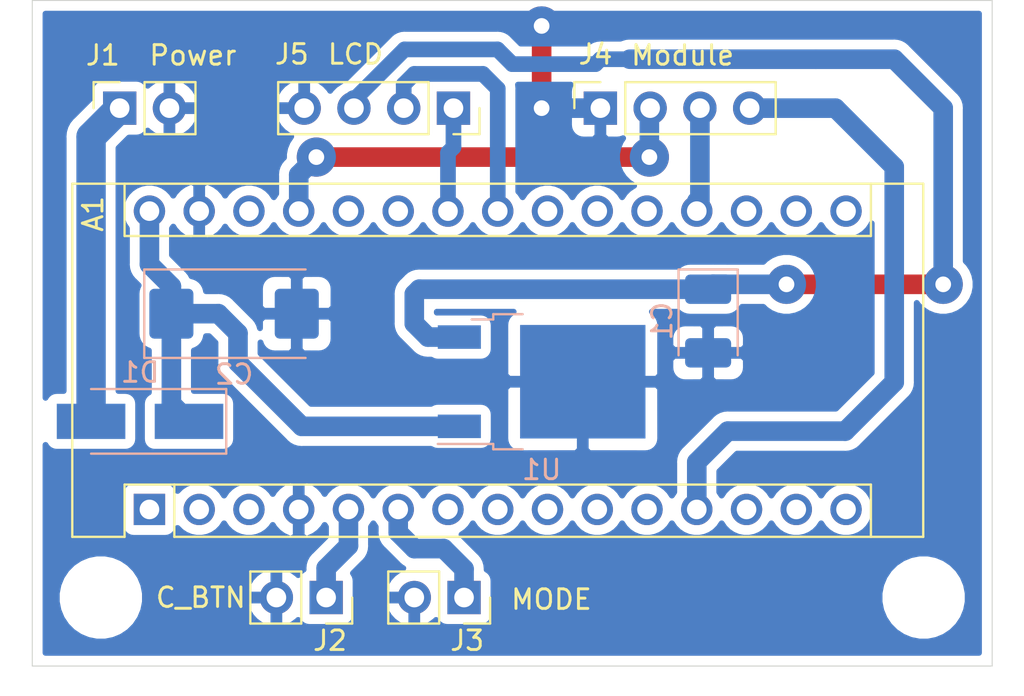
<source format=kicad_pcb>
(kicad_pcb (version 20171130) (host pcbnew "(5.1.12)-1")

  (general
    (thickness 1.6)
    (drawings 4)
    (tracks 71)
    (zones 0)
    (modules 12)
    (nets 32)
  )

  (page A4)
  (title_block
    (date 2021-12-20)
  )

  (layers
    (0 F.Cu signal)
    (31 B.Cu signal)
    (32 B.Adhes user)
    (33 F.Adhes user)
    (34 B.Paste user)
    (35 F.Paste user)
    (36 B.SilkS user)
    (37 F.SilkS user)
    (38 B.Mask user)
    (39 F.Mask user)
    (40 Dwgs.User user)
    (41 Cmts.User user)
    (42 Eco1.User user)
    (43 Eco2.User user)
    (44 Edge.Cuts user)
    (45 Margin user)
    (46 B.CrtYd user)
    (47 F.CrtYd user)
    (48 B.Fab user)
    (49 F.Fab user)
  )

  (setup
    (last_trace_width 1)
    (user_trace_width 0.8)
    (user_trace_width 1)
    (user_trace_width 1.5)
    (user_trace_width 2)
    (trace_clearance 0.2)
    (zone_clearance 0.5)
    (zone_45_only yes)
    (trace_min 0.2)
    (via_size 0.8)
    (via_drill 0.4)
    (via_min_size 0.4)
    (via_min_drill 0.3)
    (user_via 2 0.8)
    (uvia_size 0.3)
    (uvia_drill 0.1)
    (uvias_allowed no)
    (uvia_min_size 0.2)
    (uvia_min_drill 0.1)
    (edge_width 0.05)
    (segment_width 0.2)
    (pcb_text_width 0.3)
    (pcb_text_size 1.5 1.5)
    (mod_edge_width 0.12)
    (mod_text_size 1 1)
    (mod_text_width 0.15)
    (pad_size 1.524 1.524)
    (pad_drill 0.762)
    (pad_to_mask_clearance 0)
    (aux_axis_origin 0 0)
    (visible_elements FFFFFF7F)
    (pcbplotparams
      (layerselection 0x010fc_ffffffff)
      (usegerberextensions false)
      (usegerberattributes true)
      (usegerberadvancedattributes true)
      (creategerberjobfile true)
      (excludeedgelayer true)
      (linewidth 0.100000)
      (plotframeref false)
      (viasonmask false)
      (mode 1)
      (useauxorigin false)
      (hpglpennumber 1)
      (hpglpenspeed 20)
      (hpglpendiameter 15.000000)
      (psnegative false)
      (psa4output false)
      (plotreference true)
      (plotvalue true)
      (plotinvisibletext false)
      (padsonsilk false)
      (subtractmaskfromsilk false)
      (outputformat 1)
      (mirror false)
      (drillshape 1)
      (scaleselection 1)
      (outputdirectory ""))
  )

  (net 0 "")
  (net 1 "Net-(A1-Pad16)")
  (net 2 "Net-(A1-Pad15)")
  (net 3 "Net-(A1-Pad30)")
  (net 4 "Net-(A1-Pad14)")
  (net 5 GND)
  (net 6 "Net-(A1-Pad13)")
  (net 7 "Net-(A1-Pad28)")
  (net 8 /FRQ)
  (net 9 /VCC)
  (net 10 "Net-(A1-Pad11)")
  (net 11 "Net-(A1-Pad26)")
  (net 12 "Net-(A1-Pad10)")
  (net 13 "Net-(A1-Pad25)")
  (net 14 "Net-(A1-Pad9)")
  (net 15 "Net-(A1-Pad24)")
  (net 16 "Net-(A1-Pad8)")
  (net 17 "Net-(A1-Pad23)")
  (net 18 "Net-(A1-Pad7)")
  (net 19 "Net-(A1-Pad22)")
  (net 20 "Net-(A1-Pad6)")
  (net 21 "Net-(A1-Pad21)")
  (net 22 "Net-(A1-Pad5)")
  (net 23 "Net-(A1-Pad20)")
  (net 24 "Net-(A1-Pad19)")
  (net 25 "Net-(A1-Pad3)")
  (net 26 "Net-(A1-Pad18)")
  (net 27 "Net-(A1-Pad2)")
  (net 28 "Net-(A1-Pad17)")
  (net 29 "Net-(A1-Pad1)")
  (net 30 /VDD)
  (net 31 "Net-(D1-Pad2)")

  (net_class Default "This is the default net class."
    (clearance 0.2)
    (trace_width 0.25)
    (via_dia 0.8)
    (via_drill 0.4)
    (uvia_dia 0.3)
    (uvia_drill 0.1)
    (add_net /FRQ)
    (add_net /VCC)
    (add_net /VDD)
    (add_net GND)
    (add_net "Net-(A1-Pad1)")
    (add_net "Net-(A1-Pad10)")
    (add_net "Net-(A1-Pad11)")
    (add_net "Net-(A1-Pad13)")
    (add_net "Net-(A1-Pad14)")
    (add_net "Net-(A1-Pad15)")
    (add_net "Net-(A1-Pad16)")
    (add_net "Net-(A1-Pad17)")
    (add_net "Net-(A1-Pad18)")
    (add_net "Net-(A1-Pad19)")
    (add_net "Net-(A1-Pad2)")
    (add_net "Net-(A1-Pad20)")
    (add_net "Net-(A1-Pad21)")
    (add_net "Net-(A1-Pad22)")
    (add_net "Net-(A1-Pad23)")
    (add_net "Net-(A1-Pad24)")
    (add_net "Net-(A1-Pad25)")
    (add_net "Net-(A1-Pad26)")
    (add_net "Net-(A1-Pad28)")
    (add_net "Net-(A1-Pad3)")
    (add_net "Net-(A1-Pad30)")
    (add_net "Net-(A1-Pad5)")
    (add_net "Net-(A1-Pad6)")
    (add_net "Net-(A1-Pad7)")
    (add_net "Net-(A1-Pad8)")
    (add_net "Net-(A1-Pad9)")
    (add_net "Net-(D1-Pad2)")
  )

  (module Module:Arduino_Nano (layer F.Cu) (tedit 58ACAF70) (tstamp 61C027FB)
    (at 66.28 66.5 90)
    (descr "Arduino Nano, http://www.mouser.com/pdfdocs/Gravitech_Arduino_Nano3_0.pdf")
    (tags "Arduino Nano")
    (path /61C00256)
    (fp_text reference A1 (at 15.1 -2.88 90) (layer F.SilkS)
      (effects (font (size 1 1) (thickness 0.15)))
    )
    (fp_text value Arduino_Nano_v3.x (at 8.89 19.05) (layer F.Fab)
      (effects (font (size 1 1) (thickness 0.15)))
    )
    (fp_text user %R (at 6.35 19.05) (layer F.Fab)
      (effects (font (size 1 1) (thickness 0.15)))
    )
    (fp_line (start 1.27 1.27) (end 1.27 -1.27) (layer F.SilkS) (width 0.12))
    (fp_line (start 1.27 -1.27) (end -1.4 -1.27) (layer F.SilkS) (width 0.12))
    (fp_line (start -1.4 1.27) (end -1.4 39.5) (layer F.SilkS) (width 0.12))
    (fp_line (start -1.4 -3.94) (end -1.4 -1.27) (layer F.SilkS) (width 0.12))
    (fp_line (start 13.97 -1.27) (end 16.64 -1.27) (layer F.SilkS) (width 0.12))
    (fp_line (start 13.97 -1.27) (end 13.97 36.83) (layer F.SilkS) (width 0.12))
    (fp_line (start 13.97 36.83) (end 16.64 36.83) (layer F.SilkS) (width 0.12))
    (fp_line (start 1.27 1.27) (end -1.4 1.27) (layer F.SilkS) (width 0.12))
    (fp_line (start 1.27 1.27) (end 1.27 36.83) (layer F.SilkS) (width 0.12))
    (fp_line (start 1.27 36.83) (end -1.4 36.83) (layer F.SilkS) (width 0.12))
    (fp_line (start 3.81 31.75) (end 11.43 31.75) (layer F.Fab) (width 0.1))
    (fp_line (start 11.43 31.75) (end 11.43 41.91) (layer F.Fab) (width 0.1))
    (fp_line (start 11.43 41.91) (end 3.81 41.91) (layer F.Fab) (width 0.1))
    (fp_line (start 3.81 41.91) (end 3.81 31.75) (layer F.Fab) (width 0.1))
    (fp_line (start -1.4 39.5) (end 16.64 39.5) (layer F.SilkS) (width 0.12))
    (fp_line (start 16.64 39.5) (end 16.64 -3.94) (layer F.SilkS) (width 0.12))
    (fp_line (start 16.64 -3.94) (end -1.4 -3.94) (layer F.SilkS) (width 0.12))
    (fp_line (start 16.51 39.37) (end -1.27 39.37) (layer F.Fab) (width 0.1))
    (fp_line (start -1.27 39.37) (end -1.27 -2.54) (layer F.Fab) (width 0.1))
    (fp_line (start -1.27 -2.54) (end 0 -3.81) (layer F.Fab) (width 0.1))
    (fp_line (start 0 -3.81) (end 16.51 -3.81) (layer F.Fab) (width 0.1))
    (fp_line (start 16.51 -3.81) (end 16.51 39.37) (layer F.Fab) (width 0.1))
    (fp_line (start -1.53 -4.06) (end 16.75 -4.06) (layer F.CrtYd) (width 0.05))
    (fp_line (start -1.53 -4.06) (end -1.53 42.16) (layer F.CrtYd) (width 0.05))
    (fp_line (start 16.75 42.16) (end 16.75 -4.06) (layer F.CrtYd) (width 0.05))
    (fp_line (start 16.75 42.16) (end -1.53 42.16) (layer F.CrtYd) (width 0.05))
    (pad 16 thru_hole oval (at 15.24 35.56 90) (size 1.6 1.6) (drill 1) (layers *.Cu *.Mask)
      (net 1 "Net-(A1-Pad16)"))
    (pad 15 thru_hole oval (at 0 35.56 90) (size 1.6 1.6) (drill 1) (layers *.Cu *.Mask)
      (net 2 "Net-(A1-Pad15)"))
    (pad 30 thru_hole oval (at 15.24 0 90) (size 1.6 1.6) (drill 1) (layers *.Cu *.Mask)
      (net 3 "Net-(A1-Pad30)"))
    (pad 14 thru_hole oval (at 0 33.02 90) (size 1.6 1.6) (drill 1) (layers *.Cu *.Mask)
      (net 4 "Net-(A1-Pad14)"))
    (pad 29 thru_hole oval (at 15.24 2.54 90) (size 1.6 1.6) (drill 1) (layers *.Cu *.Mask)
      (net 5 GND))
    (pad 13 thru_hole oval (at 0 30.48 90) (size 1.6 1.6) (drill 1) (layers *.Cu *.Mask)
      (net 6 "Net-(A1-Pad13)"))
    (pad 28 thru_hole oval (at 15.24 5.08 90) (size 1.6 1.6) (drill 1) (layers *.Cu *.Mask)
      (net 7 "Net-(A1-Pad28)"))
    (pad 12 thru_hole oval (at 0 27.94 90) (size 1.6 1.6) (drill 1) (layers *.Cu *.Mask)
      (net 8 /FRQ))
    (pad 27 thru_hole oval (at 15.24 7.62 90) (size 1.6 1.6) (drill 1) (layers *.Cu *.Mask)
      (net 9 /VCC))
    (pad 11 thru_hole oval (at 0 25.4 90) (size 1.6 1.6) (drill 1) (layers *.Cu *.Mask)
      (net 10 "Net-(A1-Pad11)"))
    (pad 26 thru_hole oval (at 15.24 10.16 90) (size 1.6 1.6) (drill 1) (layers *.Cu *.Mask)
      (net 11 "Net-(A1-Pad26)"))
    (pad 10 thru_hole oval (at 0 22.86 90) (size 1.6 1.6) (drill 1) (layers *.Cu *.Mask)
      (net 12 "Net-(A1-Pad10)"))
    (pad 25 thru_hole oval (at 15.24 12.7 90) (size 1.6 1.6) (drill 1) (layers *.Cu *.Mask)
      (net 13 "Net-(A1-Pad25)"))
    (pad 9 thru_hole oval (at 0 20.32 90) (size 1.6 1.6) (drill 1) (layers *.Cu *.Mask)
      (net 14 "Net-(A1-Pad9)"))
    (pad 24 thru_hole oval (at 15.24 15.24 90) (size 1.6 1.6) (drill 1) (layers *.Cu *.Mask)
      (net 15 "Net-(A1-Pad24)"))
    (pad 8 thru_hole oval (at 0 17.78 90) (size 1.6 1.6) (drill 1) (layers *.Cu *.Mask)
      (net 16 "Net-(A1-Pad8)"))
    (pad 23 thru_hole oval (at 15.24 17.78 90) (size 1.6 1.6) (drill 1) (layers *.Cu *.Mask)
      (net 17 "Net-(A1-Pad23)"))
    (pad 7 thru_hole oval (at 0 15.24 90) (size 1.6 1.6) (drill 1) (layers *.Cu *.Mask)
      (net 18 "Net-(A1-Pad7)"))
    (pad 22 thru_hole oval (at 15.24 20.32 90) (size 1.6 1.6) (drill 1) (layers *.Cu *.Mask)
      (net 19 "Net-(A1-Pad22)"))
    (pad 6 thru_hole oval (at 0 12.7 90) (size 1.6 1.6) (drill 1) (layers *.Cu *.Mask)
      (net 20 "Net-(A1-Pad6)"))
    (pad 21 thru_hole oval (at 15.24 22.86 90) (size 1.6 1.6) (drill 1) (layers *.Cu *.Mask)
      (net 21 "Net-(A1-Pad21)"))
    (pad 5 thru_hole oval (at 0 10.16 90) (size 1.6 1.6) (drill 1) (layers *.Cu *.Mask)
      (net 22 "Net-(A1-Pad5)"))
    (pad 20 thru_hole oval (at 15.24 25.4 90) (size 1.6 1.6) (drill 1) (layers *.Cu *.Mask)
      (net 23 "Net-(A1-Pad20)"))
    (pad 4 thru_hole oval (at 0 7.62 90) (size 1.6 1.6) (drill 1) (layers *.Cu *.Mask)
      (net 5 GND))
    (pad 19 thru_hole oval (at 15.24 27.94 90) (size 1.6 1.6) (drill 1) (layers *.Cu *.Mask)
      (net 24 "Net-(A1-Pad19)"))
    (pad 3 thru_hole oval (at 0 5.08 90) (size 1.6 1.6) (drill 1) (layers *.Cu *.Mask)
      (net 25 "Net-(A1-Pad3)"))
    (pad 18 thru_hole oval (at 15.24 30.48 90) (size 1.6 1.6) (drill 1) (layers *.Cu *.Mask)
      (net 26 "Net-(A1-Pad18)"))
    (pad 2 thru_hole oval (at 0 2.54 90) (size 1.6 1.6) (drill 1) (layers *.Cu *.Mask)
      (net 27 "Net-(A1-Pad2)"))
    (pad 17 thru_hole oval (at 15.24 33.02 90) (size 1.6 1.6) (drill 1) (layers *.Cu *.Mask)
      (net 28 "Net-(A1-Pad17)"))
    (pad 1 thru_hole rect (at 0 0 90) (size 1.6 1.6) (drill 1) (layers *.Cu *.Mask)
      (net 29 "Net-(A1-Pad1)"))
    (model ${KISYS3DMOD}/Module.3dshapes/Arduino_Nano_WithMountingHoles.wrl
      (at (xyz 0 0 0))
      (scale (xyz 1 1 1))
      (rotate (xyz 0 0 0))
    )
  )

  (module Package_TO_SOT_SMD:TO-252-2 (layer B.Cu) (tedit 5A70A390) (tstamp 61C028DF)
    (at 86.3 59.975)
    (descr "TO-252 / DPAK SMD package, http://www.infineon.com/cms/en/product/packages/PG-TO252/PG-TO252-3-1/")
    (tags "DPAK TO-252 DPAK-3 TO-252-3 SOT-428")
    (path /61C01DA7)
    (attr smd)
    (fp_text reference U1 (at 0 4.5) (layer B.SilkS)
      (effects (font (size 1 1) (thickness 0.15)) (justify mirror))
    )
    (fp_text value LM78M05_TO252 (at 0 -4.5) (layer B.Fab)
      (effects (font (size 1 1) (thickness 0.15)) (justify mirror))
    )
    (fp_text user %R (at 0 0) (layer B.Fab)
      (effects (font (size 1 1) (thickness 0.15)) (justify mirror))
    )
    (fp_line (start 3.95 2.7) (end 4.95 2.7) (layer B.Fab) (width 0.1))
    (fp_line (start 4.95 2.7) (end 4.95 -2.7) (layer B.Fab) (width 0.1))
    (fp_line (start 4.95 -2.7) (end 3.95 -2.7) (layer B.Fab) (width 0.1))
    (fp_line (start 3.95 3.25) (end 3.95 -3.25) (layer B.Fab) (width 0.1))
    (fp_line (start 3.95 -3.25) (end -2.27 -3.25) (layer B.Fab) (width 0.1))
    (fp_line (start -2.27 -3.25) (end -2.27 2.25) (layer B.Fab) (width 0.1))
    (fp_line (start -2.27 2.25) (end -1.27 3.25) (layer B.Fab) (width 0.1))
    (fp_line (start -1.27 3.25) (end 3.95 3.25) (layer B.Fab) (width 0.1))
    (fp_line (start -1.865 2.655) (end -4.97 2.655) (layer B.Fab) (width 0.1))
    (fp_line (start -4.97 2.655) (end -4.97 1.905) (layer B.Fab) (width 0.1))
    (fp_line (start -4.97 1.905) (end -2.27 1.905) (layer B.Fab) (width 0.1))
    (fp_line (start -2.27 -1.905) (end -4.97 -1.905) (layer B.Fab) (width 0.1))
    (fp_line (start -4.97 -1.905) (end -4.97 -2.655) (layer B.Fab) (width 0.1))
    (fp_line (start -4.97 -2.655) (end -2.27 -2.655) (layer B.Fab) (width 0.1))
    (fp_line (start -0.97 3.45) (end -2.47 3.45) (layer B.SilkS) (width 0.12))
    (fp_line (start -2.47 3.45) (end -2.47 3.18) (layer B.SilkS) (width 0.12))
    (fp_line (start -2.47 3.18) (end -5.3 3.18) (layer B.SilkS) (width 0.12))
    (fp_line (start -0.97 -3.45) (end -2.47 -3.45) (layer B.SilkS) (width 0.12))
    (fp_line (start -2.47 -3.45) (end -2.47 -3.18) (layer B.SilkS) (width 0.12))
    (fp_line (start -2.47 -3.18) (end -3.57 -3.18) (layer B.SilkS) (width 0.12))
    (fp_line (start -5.55 3.5) (end -5.55 -3.5) (layer B.CrtYd) (width 0.05))
    (fp_line (start -5.55 -3.5) (end 5.55 -3.5) (layer B.CrtYd) (width 0.05))
    (fp_line (start 5.55 -3.5) (end 5.55 3.5) (layer B.CrtYd) (width 0.05))
    (fp_line (start 5.55 3.5) (end -5.55 3.5) (layer B.CrtYd) (width 0.05))
    (pad "" smd rect (at 0.425 -1.525) (size 3.05 2.75) (layers B.Paste))
    (pad "" smd rect (at 3.775 1.525) (size 3.05 2.75) (layers B.Paste))
    (pad "" smd rect (at 0.425 1.525) (size 3.05 2.75) (layers B.Paste))
    (pad "" smd rect (at 3.775 -1.525) (size 3.05 2.75) (layers B.Paste))
    (pad 2 smd rect (at 2.1 0) (size 6.4 5.8) (layers B.Cu B.Mask)
      (net 5 GND))
    (pad 3 smd rect (at -4.2 -2.28) (size 2.2 1.2) (layers B.Cu B.Paste B.Mask)
      (net 30 /VDD))
    (pad 1 smd rect (at -4.2 2.28) (size 2.2 1.2) (layers B.Cu B.Paste B.Mask)
      (net 3 "Net-(A1-Pad30)"))
    (model ${KISYS3DMOD}/Package_TO_SOT_SMD.3dshapes/TO-252-2.wrl
      (at (xyz 0 0 0))
      (scale (xyz 1 1 1))
      (rotate (xyz 0 0 0))
    )
  )

  (module Connector_PinSocket_2.54mm:PinSocket_1x04_P2.54mm_Vertical (layer F.Cu) (tedit 5A19A429) (tstamp 61C028BB)
    (at 81.8 46 270)
    (descr "Through hole straight socket strip, 1x04, 2.54mm pitch, single row (from Kicad 4.0.7), script generated")
    (tags "Through hole socket strip THT 1x04 2.54mm single row")
    (path /61C0B8B8)
    (fp_text reference J5 (at -2.75 8.25 180) (layer F.SilkS)
      (effects (font (size 1 1) (thickness 0.15)))
    )
    (fp_text value LCD (at -2.75 5) (layer F.SilkS)
      (effects (font (size 1 1) (thickness 0.15)))
    )
    (fp_text user %R (at 0 3.81) (layer F.Fab)
      (effects (font (size 1 1) (thickness 0.15)))
    )
    (fp_line (start -1.27 -1.27) (end 0.635 -1.27) (layer F.Fab) (width 0.1))
    (fp_line (start 0.635 -1.27) (end 1.27 -0.635) (layer F.Fab) (width 0.1))
    (fp_line (start 1.27 -0.635) (end 1.27 8.89) (layer F.Fab) (width 0.1))
    (fp_line (start 1.27 8.89) (end -1.27 8.89) (layer F.Fab) (width 0.1))
    (fp_line (start -1.27 8.89) (end -1.27 -1.27) (layer F.Fab) (width 0.1))
    (fp_line (start -1.33 1.27) (end 1.33 1.27) (layer F.SilkS) (width 0.12))
    (fp_line (start -1.33 1.27) (end -1.33 8.95) (layer F.SilkS) (width 0.12))
    (fp_line (start -1.33 8.95) (end 1.33 8.95) (layer F.SilkS) (width 0.12))
    (fp_line (start 1.33 1.27) (end 1.33 8.95) (layer F.SilkS) (width 0.12))
    (fp_line (start 1.33 -1.33) (end 1.33 0) (layer F.SilkS) (width 0.12))
    (fp_line (start 0 -1.33) (end 1.33 -1.33) (layer F.SilkS) (width 0.12))
    (fp_line (start -1.8 -1.8) (end 1.75 -1.8) (layer F.CrtYd) (width 0.05))
    (fp_line (start 1.75 -1.8) (end 1.75 9.4) (layer F.CrtYd) (width 0.05))
    (fp_line (start 1.75 9.4) (end -1.8 9.4) (layer F.CrtYd) (width 0.05))
    (fp_line (start -1.8 9.4) (end -1.8 -1.8) (layer F.CrtYd) (width 0.05))
    (pad 4 thru_hole oval (at 0 7.62 270) (size 1.7 1.7) (drill 1) (layers *.Cu *.Mask)
      (net 5 GND))
    (pad 3 thru_hole oval (at 0 5.08 270) (size 1.7 1.7) (drill 1) (layers *.Cu *.Mask)
      (net 30 /VDD))
    (pad 2 thru_hole oval (at 0 2.54 270) (size 1.7 1.7) (drill 1) (layers *.Cu *.Mask)
      (net 17 "Net-(A1-Pad23)"))
    (pad 1 thru_hole rect (at 0 0 270) (size 1.7 1.7) (drill 1) (layers *.Cu *.Mask)
      (net 15 "Net-(A1-Pad24)"))
    (model ${KISYS3DMOD}/Connector_PinSocket_2.54mm.3dshapes/PinSocket_1x04_P2.54mm_Vertical.wrl
      (at (xyz 0 0 0))
      (scale (xyz 1 1 1))
      (rotate (xyz 0 0 0))
    )
  )

  (module Connector_PinSocket_2.54mm:PinSocket_1x04_P2.54mm_Vertical (layer F.Cu) (tedit 5A19A429) (tstamp 61C028A3)
    (at 89.3 46 90)
    (descr "Through hole straight socket strip, 1x04, 2.54mm pitch, single row (from Kicad 4.0.7), script generated")
    (tags "Through hole socket strip THT 1x04 2.54mm single row")
    (path /61C037AB)
    (fp_text reference J4 (at 2.75 -0.25 180) (layer F.SilkS)
      (effects (font (size 1 1) (thickness 0.15)))
    )
    (fp_text value Module (at 2.7 4.2 180) (layer F.SilkS)
      (effects (font (size 1 1) (thickness 0.15)))
    )
    (fp_text user %R (at 0 3.81) (layer F.Fab)
      (effects (font (size 1 1) (thickness 0.15)))
    )
    (fp_line (start -1.27 -1.27) (end 0.635 -1.27) (layer F.Fab) (width 0.1))
    (fp_line (start 0.635 -1.27) (end 1.27 -0.635) (layer F.Fab) (width 0.1))
    (fp_line (start 1.27 -0.635) (end 1.27 8.89) (layer F.Fab) (width 0.1))
    (fp_line (start 1.27 8.89) (end -1.27 8.89) (layer F.Fab) (width 0.1))
    (fp_line (start -1.27 8.89) (end -1.27 -1.27) (layer F.Fab) (width 0.1))
    (fp_line (start -1.33 1.27) (end 1.33 1.27) (layer F.SilkS) (width 0.12))
    (fp_line (start -1.33 1.27) (end -1.33 8.95) (layer F.SilkS) (width 0.12))
    (fp_line (start -1.33 8.95) (end 1.33 8.95) (layer F.SilkS) (width 0.12))
    (fp_line (start 1.33 1.27) (end 1.33 8.95) (layer F.SilkS) (width 0.12))
    (fp_line (start 1.33 -1.33) (end 1.33 0) (layer F.SilkS) (width 0.12))
    (fp_line (start 0 -1.33) (end 1.33 -1.33) (layer F.SilkS) (width 0.12))
    (fp_line (start -1.8 -1.8) (end 1.75 -1.8) (layer F.CrtYd) (width 0.05))
    (fp_line (start 1.75 -1.8) (end 1.75 9.4) (layer F.CrtYd) (width 0.05))
    (fp_line (start 1.75 9.4) (end -1.8 9.4) (layer F.CrtYd) (width 0.05))
    (fp_line (start -1.8 9.4) (end -1.8 -1.8) (layer F.CrtYd) (width 0.05))
    (pad 4 thru_hole oval (at 0 7.62 90) (size 1.7 1.7) (drill 1) (layers *.Cu *.Mask)
      (net 8 /FRQ))
    (pad 3 thru_hole oval (at 0 5.08 90) (size 1.7 1.7) (drill 1) (layers *.Cu *.Mask)
      (net 24 "Net-(A1-Pad19)"))
    (pad 2 thru_hole oval (at 0 2.54 90) (size 1.7 1.7) (drill 1) (layers *.Cu *.Mask)
      (net 9 /VCC))
    (pad 1 thru_hole rect (at 0 0 90) (size 1.7 1.7) (drill 1) (layers *.Cu *.Mask)
      (net 5 GND))
    (model ${KISYS3DMOD}/Connector_PinSocket_2.54mm.3dshapes/PinSocket_1x04_P2.54mm_Vertical.wrl
      (at (xyz 0 0 0))
      (scale (xyz 1 1 1))
      (rotate (xyz 0 0 0))
    )
  )

  (module Connector_PinSocket_2.54mm:PinSocket_1x02_P2.54mm_Vertical (layer F.Cu) (tedit 5A19A420) (tstamp 61C0288B)
    (at 82.34 71 270)
    (descr "Through hole straight socket strip, 1x02, 2.54mm pitch, single row (from Kicad 4.0.7), script generated")
    (tags "Through hole socket strip THT 1x02 2.54mm single row")
    (path /61C07379)
    (fp_text reference J3 (at 2.2 -0.16 180) (layer F.SilkS)
      (effects (font (size 1 1) (thickness 0.15)))
    )
    (fp_text value MODE (at 0.1 -4.46 180) (layer F.SilkS)
      (effects (font (size 1 1) (thickness 0.15)))
    )
    (fp_text user %R (at 0 1.27) (layer F.Fab)
      (effects (font (size 1 1) (thickness 0.15)))
    )
    (fp_line (start -1.27 -1.27) (end 0.635 -1.27) (layer F.Fab) (width 0.1))
    (fp_line (start 0.635 -1.27) (end 1.27 -0.635) (layer F.Fab) (width 0.1))
    (fp_line (start 1.27 -0.635) (end 1.27 3.81) (layer F.Fab) (width 0.1))
    (fp_line (start 1.27 3.81) (end -1.27 3.81) (layer F.Fab) (width 0.1))
    (fp_line (start -1.27 3.81) (end -1.27 -1.27) (layer F.Fab) (width 0.1))
    (fp_line (start -1.33 1.27) (end 1.33 1.27) (layer F.SilkS) (width 0.12))
    (fp_line (start -1.33 1.27) (end -1.33 3.87) (layer F.SilkS) (width 0.12))
    (fp_line (start -1.33 3.87) (end 1.33 3.87) (layer F.SilkS) (width 0.12))
    (fp_line (start 1.33 1.27) (end 1.33 3.87) (layer F.SilkS) (width 0.12))
    (fp_line (start 1.33 -1.33) (end 1.33 0) (layer F.SilkS) (width 0.12))
    (fp_line (start 0 -1.33) (end 1.33 -1.33) (layer F.SilkS) (width 0.12))
    (fp_line (start -1.8 -1.8) (end 1.75 -1.8) (layer F.CrtYd) (width 0.05))
    (fp_line (start 1.75 -1.8) (end 1.75 4.3) (layer F.CrtYd) (width 0.05))
    (fp_line (start 1.75 4.3) (end -1.8 4.3) (layer F.CrtYd) (width 0.05))
    (fp_line (start -1.8 4.3) (end -1.8 -1.8) (layer F.CrtYd) (width 0.05))
    (pad 2 thru_hole oval (at 0 2.54 270) (size 1.7 1.7) (drill 1) (layers *.Cu *.Mask)
      (net 5 GND))
    (pad 1 thru_hole rect (at 0 0 270) (size 1.7 1.7) (drill 1) (layers *.Cu *.Mask)
      (net 20 "Net-(A1-Pad6)"))
    (model ${KISYS3DMOD}/Connector_PinSocket_2.54mm.3dshapes/PinSocket_1x02_P2.54mm_Vertical.wrl
      (at (xyz 0 0 0))
      (scale (xyz 1 1 1))
      (rotate (xyz 0 0 0))
    )
  )

  (module Connector_PinSocket_2.54mm:PinSocket_1x02_P2.54mm_Vertical (layer F.Cu) (tedit 5A19A420) (tstamp 61C02875)
    (at 75.3 71 270)
    (descr "Through hole straight socket strip, 1x02, 2.54mm pitch, single row (from Kicad 4.0.7), script generated")
    (tags "Through hole socket strip THT 1x02 2.54mm single row")
    (path /61C0583D)
    (fp_text reference J2 (at 2.2 -0.2 180) (layer F.SilkS)
      (effects (font (size 1 1) (thickness 0.15)))
    )
    (fp_text value C_BTN (at 0 6.4 180) (layer F.SilkS)
      (effects (font (size 1 1) (thickness 0.15)))
    )
    (fp_text user %R (at 0 1.27) (layer F.Fab)
      (effects (font (size 1 1) (thickness 0.15)))
    )
    (fp_line (start -1.27 -1.27) (end 0.635 -1.27) (layer F.Fab) (width 0.1))
    (fp_line (start 0.635 -1.27) (end 1.27 -0.635) (layer F.Fab) (width 0.1))
    (fp_line (start 1.27 -0.635) (end 1.27 3.81) (layer F.Fab) (width 0.1))
    (fp_line (start 1.27 3.81) (end -1.27 3.81) (layer F.Fab) (width 0.1))
    (fp_line (start -1.27 3.81) (end -1.27 -1.27) (layer F.Fab) (width 0.1))
    (fp_line (start -1.33 1.27) (end 1.33 1.27) (layer F.SilkS) (width 0.12))
    (fp_line (start -1.33 1.27) (end -1.33 3.87) (layer F.SilkS) (width 0.12))
    (fp_line (start -1.33 3.87) (end 1.33 3.87) (layer F.SilkS) (width 0.12))
    (fp_line (start 1.33 1.27) (end 1.33 3.87) (layer F.SilkS) (width 0.12))
    (fp_line (start 1.33 -1.33) (end 1.33 0) (layer F.SilkS) (width 0.12))
    (fp_line (start 0 -1.33) (end 1.33 -1.33) (layer F.SilkS) (width 0.12))
    (fp_line (start -1.8 -1.8) (end 1.75 -1.8) (layer F.CrtYd) (width 0.05))
    (fp_line (start 1.75 -1.8) (end 1.75 4.3) (layer F.CrtYd) (width 0.05))
    (fp_line (start 1.75 4.3) (end -1.8 4.3) (layer F.CrtYd) (width 0.05))
    (fp_line (start -1.8 4.3) (end -1.8 -1.8) (layer F.CrtYd) (width 0.05))
    (pad 2 thru_hole oval (at 0 2.54 270) (size 1.7 1.7) (drill 1) (layers *.Cu *.Mask)
      (net 5 GND))
    (pad 1 thru_hole rect (at 0 0 270) (size 1.7 1.7) (drill 1) (layers *.Cu *.Mask)
      (net 22 "Net-(A1-Pad5)"))
    (model ${KISYS3DMOD}/Connector_PinSocket_2.54mm.3dshapes/PinSocket_1x02_P2.54mm_Vertical.wrl
      (at (xyz 0 0 0))
      (scale (xyz 1 1 1))
      (rotate (xyz 0 0 0))
    )
  )

  (module Connector_PinSocket_2.54mm:PinSocket_1x02_P2.54mm_Vertical (layer F.Cu) (tedit 5A19A420) (tstamp 61C0285F)
    (at 64.76 46 90)
    (descr "Through hole straight socket strip, 1x02, 2.54mm pitch, single row (from Kicad 4.0.7), script generated")
    (tags "Through hole socket strip THT 1x02 2.54mm single row")
    (path /61C03FE1)
    (fp_text reference J1 (at 2.7 -0.86 180) (layer F.SilkS)
      (effects (font (size 1 1) (thickness 0.15)))
    )
    (fp_text value Power (at 2.7 3.74 180) (layer F.SilkS)
      (effects (font (size 1 1) (thickness 0.15)))
    )
    (fp_text user %R (at 0 1.27) (layer F.Fab)
      (effects (font (size 1 1) (thickness 0.15)))
    )
    (fp_line (start -1.27 -1.27) (end 0.635 -1.27) (layer F.Fab) (width 0.1))
    (fp_line (start 0.635 -1.27) (end 1.27 -0.635) (layer F.Fab) (width 0.1))
    (fp_line (start 1.27 -0.635) (end 1.27 3.81) (layer F.Fab) (width 0.1))
    (fp_line (start 1.27 3.81) (end -1.27 3.81) (layer F.Fab) (width 0.1))
    (fp_line (start -1.27 3.81) (end -1.27 -1.27) (layer F.Fab) (width 0.1))
    (fp_line (start -1.33 1.27) (end 1.33 1.27) (layer F.SilkS) (width 0.12))
    (fp_line (start -1.33 1.27) (end -1.33 3.87) (layer F.SilkS) (width 0.12))
    (fp_line (start -1.33 3.87) (end 1.33 3.87) (layer F.SilkS) (width 0.12))
    (fp_line (start 1.33 1.27) (end 1.33 3.87) (layer F.SilkS) (width 0.12))
    (fp_line (start 1.33 -1.33) (end 1.33 0) (layer F.SilkS) (width 0.12))
    (fp_line (start 0 -1.33) (end 1.33 -1.33) (layer F.SilkS) (width 0.12))
    (fp_line (start -1.8 -1.8) (end 1.75 -1.8) (layer F.CrtYd) (width 0.05))
    (fp_line (start 1.75 -1.8) (end 1.75 4.3) (layer F.CrtYd) (width 0.05))
    (fp_line (start 1.75 4.3) (end -1.8 4.3) (layer F.CrtYd) (width 0.05))
    (fp_line (start -1.8 4.3) (end -1.8 -1.8) (layer F.CrtYd) (width 0.05))
    (pad 2 thru_hole oval (at 0 2.54 90) (size 1.7 1.7) (drill 1) (layers *.Cu *.Mask)
      (net 5 GND))
    (pad 1 thru_hole rect (at 0 0 90) (size 1.7 1.7) (drill 1) (layers *.Cu *.Mask)
      (net 31 "Net-(D1-Pad2)"))
    (model ${KISYS3DMOD}/Connector_PinSocket_2.54mm.3dshapes/PinSocket_1x02_P2.54mm_Vertical.wrl
      (at (xyz 0 0 0))
      (scale (xyz 1 1 1))
      (rotate (xyz 0 0 0))
    )
  )

  (module MountingHole:MountingHole_3.2mm_M3 (layer F.Cu) (tedit 56D1B4CB) (tstamp 61C02849)
    (at 105.8 71)
    (descr "Mounting Hole 3.2mm, no annular, M3")
    (tags "mounting hole 3.2mm no annular m3")
    (path /61C28970)
    (attr virtual)
    (fp_text reference H2 (at 0 -0.1) (layer F.SilkS)
      (effects (font (size 1 1) (thickness 0.15)))
    )
    (fp_text value MountingHole (at 0 4.2) (layer F.Fab)
      (effects (font (size 1 1) (thickness 0.15)))
    )
    (fp_text user %R (at 0.3 0) (layer F.Fab)
      (effects (font (size 1 1) (thickness 0.15)))
    )
    (fp_circle (center 0 0) (end 3.2 0) (layer Cmts.User) (width 0.15))
    (fp_circle (center 0 0) (end 3.45 0) (layer F.CrtYd) (width 0.05))
    (pad 1 np_thru_hole circle (at 0 0) (size 3.2 3.2) (drill 3.2) (layers *.Cu *.Mask))
  )

  (module MountingHole:MountingHole_3.2mm_M3 (layer F.Cu) (tedit 56D1B4CB) (tstamp 61C02841)
    (at 63.8 71)
    (descr "Mounting Hole 3.2mm, no annular, M3")
    (tags "mounting hole 3.2mm no annular m3")
    (path /61C27F4D)
    (attr virtual)
    (fp_text reference H1 (at 0 0) (layer F.SilkS)
      (effects (font (size 1 1) (thickness 0.15)))
    )
    (fp_text value MountingHole (at 0 4.2) (layer F.Fab)
      (effects (font (size 1 1) (thickness 0.15)))
    )
    (fp_text user %R (at 0.3 0) (layer F.Fab)
      (effects (font (size 1 1) (thickness 0.15)))
    )
    (fp_circle (center 0 0) (end 3.2 0) (layer Cmts.User) (width 0.15))
    (fp_circle (center 0 0) (end 3.45 0) (layer F.CrtYd) (width 0.05))
    (pad 1 np_thru_hole circle (at 0 0) (size 3.2 3.2) (drill 3.2) (layers *.Cu *.Mask))
  )

  (module Diode_SMD:D_SMA_Handsoldering (layer B.Cu) (tedit 58643398) (tstamp 61C02839)
    (at 65.8 62 180)
    (descr "Diode SMA (DO-214AC) Handsoldering")
    (tags "Diode SMA (DO-214AC) Handsoldering")
    (path /61C03021)
    (attr smd)
    (fp_text reference D1 (at 0 2.5) (layer B.SilkS)
      (effects (font (size 1 1) (thickness 0.15)) (justify mirror))
    )
    (fp_text value 1N4004 (at 0 -2.6) (layer B.Fab)
      (effects (font (size 1 1) (thickness 0.15)) (justify mirror))
    )
    (fp_text user %R (at 0 2.5) (layer B.Fab)
      (effects (font (size 1 1) (thickness 0.15)) (justify mirror))
    )
    (fp_line (start -4.4 1.65) (end -4.4 -1.65) (layer B.SilkS) (width 0.12))
    (fp_line (start 2.3 -1.5) (end -2.3 -1.5) (layer B.Fab) (width 0.1))
    (fp_line (start -2.3 -1.5) (end -2.3 1.5) (layer B.Fab) (width 0.1))
    (fp_line (start 2.3 1.5) (end 2.3 -1.5) (layer B.Fab) (width 0.1))
    (fp_line (start 2.3 1.5) (end -2.3 1.5) (layer B.Fab) (width 0.1))
    (fp_line (start -4.5 1.75) (end 4.5 1.75) (layer B.CrtYd) (width 0.05))
    (fp_line (start 4.5 1.75) (end 4.5 -1.75) (layer B.CrtYd) (width 0.05))
    (fp_line (start 4.5 -1.75) (end -4.5 -1.75) (layer B.CrtYd) (width 0.05))
    (fp_line (start -4.5 -1.75) (end -4.5 1.75) (layer B.CrtYd) (width 0.05))
    (fp_line (start -0.64944 -0.00102) (end -1.55114 -0.00102) (layer B.Fab) (width 0.1))
    (fp_line (start 0.50118 -0.00102) (end 1.4994 -0.00102) (layer B.Fab) (width 0.1))
    (fp_line (start -0.64944 0.79908) (end -0.64944 -0.80112) (layer B.Fab) (width 0.1))
    (fp_line (start 0.50118 -0.75032) (end 0.50118 0.79908) (layer B.Fab) (width 0.1))
    (fp_line (start -0.64944 -0.00102) (end 0.50118 -0.75032) (layer B.Fab) (width 0.1))
    (fp_line (start -0.64944 -0.00102) (end 0.50118 0.79908) (layer B.Fab) (width 0.1))
    (fp_line (start -4.4 -1.65) (end 2.5 -1.65) (layer B.SilkS) (width 0.12))
    (fp_line (start -4.4 1.65) (end 2.5 1.65) (layer B.SilkS) (width 0.12))
    (pad 2 smd rect (at 2.5 0 180) (size 3.5 1.8) (layers B.Cu B.Paste B.Mask)
      (net 31 "Net-(D1-Pad2)"))
    (pad 1 smd rect (at -2.5 0 180) (size 3.5 1.8) (layers B.Cu B.Paste B.Mask)
      (net 3 "Net-(A1-Pad30)"))
    (model ${KISYS3DMOD}/Diode_SMD.3dshapes/D_SMA.wrl
      (at (xyz 0 0 0))
      (scale (xyz 1 1 1))
      (rotate (xyz 0 0 0))
    )
  )

  (module Capacitor_Tantalum_SMD:CP_EIA-7343-31_Kemet-D_Pad2.25x2.55mm_HandSolder (layer B.Cu) (tedit 5EBA9318) (tstamp 61C02821)
    (at 70.6 56.5)
    (descr "Tantalum Capacitor SMD Kemet-D (7343-31 Metric), IPC_7351 nominal, (Body size from: http://www.kemet.com/Lists/ProductCatalog/Attachments/253/KEM_TC101_STD.pdf), generated with kicad-footprint-generator")
    (tags "capacitor tantalum")
    (path /61C04F80)
    (attr smd)
    (fp_text reference C2 (at 0 3.1) (layer B.SilkS)
      (effects (font (size 1 1) (thickness 0.15)) (justify mirror))
    )
    (fp_text value 22u (at 0 -3.1) (layer B.Fab)
      (effects (font (size 1 1) (thickness 0.15)) (justify mirror))
    )
    (fp_text user %R (at 0 0) (layer B.Fab)
      (effects (font (size 1 1) (thickness 0.15)) (justify mirror))
    )
    (fp_line (start 3.65 2.15) (end -2.65 2.15) (layer B.Fab) (width 0.1))
    (fp_line (start -2.65 2.15) (end -3.65 1.15) (layer B.Fab) (width 0.1))
    (fp_line (start -3.65 1.15) (end -3.65 -2.15) (layer B.Fab) (width 0.1))
    (fp_line (start -3.65 -2.15) (end 3.65 -2.15) (layer B.Fab) (width 0.1))
    (fp_line (start 3.65 -2.15) (end 3.65 2.15) (layer B.Fab) (width 0.1))
    (fp_line (start 3.65 2.26) (end -4.585 2.26) (layer B.SilkS) (width 0.12))
    (fp_line (start -4.585 2.26) (end -4.585 -2.26) (layer B.SilkS) (width 0.12))
    (fp_line (start -4.585 -2.26) (end 3.65 -2.26) (layer B.SilkS) (width 0.12))
    (fp_line (start -4.58 -2.4) (end -4.58 2.4) (layer B.CrtYd) (width 0.05))
    (fp_line (start -4.58 2.4) (end 4.58 2.4) (layer B.CrtYd) (width 0.05))
    (fp_line (start 4.58 2.4) (end 4.58 -2.4) (layer B.CrtYd) (width 0.05))
    (fp_line (start 4.58 -2.4) (end -4.58 -2.4) (layer B.CrtYd) (width 0.05))
    (pad 2 smd roundrect (at 3.2 0) (size 2.25 2.55) (layers B.Cu B.Paste B.Mask) (roundrect_rratio 0.111111)
      (net 5 GND))
    (pad 1 smd roundrect (at -3.2 0) (size 2.25 2.55) (layers B.Cu B.Paste B.Mask) (roundrect_rratio 0.111111)
      (net 3 "Net-(A1-Pad30)"))
    (model ${KISYS3DMOD}/Capacitor_Tantalum_SMD.3dshapes/CP_EIA-7343-31_Kemet-D.wrl
      (at (xyz 0 0 0))
      (scale (xyz 1 1 1))
      (rotate (xyz 0 0 0))
    )
  )

  (module Capacitor_Tantalum_SMD:CP_EIA-3528-21_Kemet-B_Pad1.50x2.35mm_HandSolder (layer B.Cu) (tedit 5EBA9318) (tstamp 61C0280E)
    (at 94.8 56.875 270)
    (descr "Tantalum Capacitor SMD Kemet-B (3528-21 Metric), IPC_7351 nominal, (Body size from: http://www.kemet.com/Lists/ProductCatalog/Attachments/253/KEM_TC101_STD.pdf), generated with kicad-footprint-generator")
    (tags "capacitor tantalum")
    (path /61C23AC6)
    (attr smd)
    (fp_text reference C1 (at 0 2.35 90) (layer B.SilkS)
      (effects (font (size 1 1) (thickness 0.15)) (justify mirror))
    )
    (fp_text value 47u (at 0 -2.35 90) (layer B.Fab)
      (effects (font (size 1 1) (thickness 0.15)) (justify mirror))
    )
    (fp_text user %R (at 0 0 90) (layer B.Fab)
      (effects (font (size 0.88 0.88) (thickness 0.13)) (justify mirror))
    )
    (fp_line (start 1.75 1.4) (end -1.05 1.4) (layer B.Fab) (width 0.1))
    (fp_line (start -1.05 1.4) (end -1.75 0.7) (layer B.Fab) (width 0.1))
    (fp_line (start -1.75 0.7) (end -1.75 -1.4) (layer B.Fab) (width 0.1))
    (fp_line (start -1.75 -1.4) (end 1.75 -1.4) (layer B.Fab) (width 0.1))
    (fp_line (start 1.75 -1.4) (end 1.75 1.4) (layer B.Fab) (width 0.1))
    (fp_line (start 1.75 1.51) (end -2.635 1.51) (layer B.SilkS) (width 0.12))
    (fp_line (start -2.635 1.51) (end -2.635 -1.51) (layer B.SilkS) (width 0.12))
    (fp_line (start -2.635 -1.51) (end 1.75 -1.51) (layer B.SilkS) (width 0.12))
    (fp_line (start -2.62 -1.65) (end -2.62 1.65) (layer B.CrtYd) (width 0.05))
    (fp_line (start -2.62 1.65) (end 2.62 1.65) (layer B.CrtYd) (width 0.05))
    (fp_line (start 2.62 1.65) (end 2.62 -1.65) (layer B.CrtYd) (width 0.05))
    (fp_line (start 2.62 -1.65) (end -2.62 -1.65) (layer B.CrtYd) (width 0.05))
    (pad 2 smd roundrect (at 1.625 0 270) (size 1.5 2.35) (layers B.Cu B.Paste B.Mask) (roundrect_rratio 0.166667)
      (net 5 GND))
    (pad 1 smd roundrect (at -1.625 0 270) (size 1.5 2.35) (layers B.Cu B.Paste B.Mask) (roundrect_rratio 0.166667)
      (net 30 /VDD))
    (model ${KISYS3DMOD}/Capacitor_Tantalum_SMD.3dshapes/CP_EIA-3528-21_Kemet-B.wrl
      (at (xyz 0 0 0))
      (scale (xyz 1 1 1))
      (rotate (xyz 0 0 0))
    )
  )

  (gr_line (start 60.3 74.5) (end 60.3 40.5) (layer Edge.Cuts) (width 0.05) (tstamp 61C02581))
  (gr_line (start 109.3 74.5) (end 60.3 74.5) (layer Edge.Cuts) (width 0.05))
  (gr_line (start 109.3 40.5) (end 109.3 74.5) (layer Edge.Cuts) (width 0.05))
  (gr_line (start 60.3 40.5) (end 109.3 40.5) (layer Edge.Cuts) (width 0.05))

  (segment (start 67.4 61.1) (end 68.3 62) (width 1) (layer B.Cu) (net 3))
  (segment (start 67.4 56.5) (end 67.4 61.1) (width 1) (layer B.Cu) (net 3))
  (segment (start 67.4 56.5) (end 69.8 56.5) (width 1) (layer B.Cu) (net 3))
  (segment (start 69.8 56.5) (end 70.8 57.5) (width 1) (layer B.Cu) (net 3))
  (segment (start 70.8 57.5) (end 70.8 59) (width 1) (layer B.Cu) (net 3))
  (segment (start 70.8 59) (end 74.055 62.255) (width 1) (layer B.Cu) (net 3))
  (segment (start 82.1 62.255) (end 74.055 62.255) (width 1) (layer B.Cu) (net 3))
  (segment (start 66.28 51.26) (end 66.28 53.98) (width 1) (layer B.Cu) (net 3))
  (segment (start 67.4 55.1) (end 67.4 56.5) (width 1) (layer B.Cu) (net 3))
  (segment (start 66.28 53.98) (end 67.4 55.1) (width 1) (layer B.Cu) (net 3))
  (via (at 86.3 46) (size 2) (drill 0.8) (layers F.Cu B.Cu) (net 5))
  (segment (start 89.3 46) (end 86.3 46) (width 1) (layer B.Cu) (net 5))
  (via (at 86.3 41.8) (size 2) (drill 0.8) (layers F.Cu B.Cu) (net 5))
  (segment (start 86.3 46) (end 86.3 41.8) (width 1) (layer F.Cu) (net 5))
  (segment (start 94.22 66.5) (end 94.22 64.08) (width 1) (layer B.Cu) (net 8))
  (segment (start 94.22 64.08) (end 95.8 62.5) (width 1) (layer B.Cu) (net 8))
  (segment (start 95.8 62.5) (end 101.8 62.5) (width 1) (layer B.Cu) (net 8))
  (segment (start 101.8 62.5) (end 104.3 60) (width 1) (layer B.Cu) (net 8))
  (segment (start 104.3 60) (end 104.3 49) (width 1) (layer B.Cu) (net 8))
  (segment (start 101.3 46) (end 96.92 46) (width 1) (layer B.Cu) (net 8))
  (segment (start 104.3 49) (end 101.3 46) (width 1) (layer B.Cu) (net 8))
  (via (at 74.8 48.5) (size 2) (drill 0.8) (layers F.Cu B.Cu) (net 9))
  (segment (start 73.9 49.4) (end 74.8 48.5) (width 1) (layer B.Cu) (net 9))
  (segment (start 73.9 51.26) (end 73.9 49.4) (width 1) (layer B.Cu) (net 9))
  (via (at 91.8 48.5) (size 2) (drill 0.8) (layers F.Cu B.Cu) (net 9))
  (segment (start 74.8 48.5) (end 91.8 48.5) (width 1) (layer F.Cu) (net 9))
  (segment (start 91.8 46.04) (end 91.84 46) (width 1) (layer B.Cu) (net 9))
  (segment (start 91.8 48.5) (end 91.8 46.04) (width 1) (layer B.Cu) (net 9))
  (segment (start 81.8 46) (end 81.8 48) (width 0.8) (layer B.Cu) (net 15))
  (segment (start 81.52 48.28) (end 81.52 51.26) (width 0.8) (layer B.Cu) (net 15))
  (segment (start 81.8 48) (end 81.52 48.28) (width 0.8) (layer B.Cu) (net 15))
  (segment (start 84.06 45.01) (end 84.06 51.26) (width 0.8) (layer B.Cu) (net 17))
  (segment (start 83.3 44.25) (end 84.06 45.01) (width 0.8) (layer B.Cu) (net 17))
  (segment (start 79.8 44.25) (end 83.3 44.25) (width 0.8) (layer B.Cu) (net 17))
  (segment (start 79.26 44.79) (end 79.8 44.25) (width 0.8) (layer B.Cu) (net 17))
  (segment (start 79.26 46) (end 79.26 44.79) (width 0.8) (layer B.Cu) (net 17))
  (segment (start 78.98 66.5) (end 78.98 67.68) (width 1) (layer B.Cu) (net 20))
  (segment (start 78.98 67.68) (end 79.8 68.5) (width 1) (layer B.Cu) (net 20))
  (segment (start 79.8 68.5) (end 81.3 68.5) (width 1) (layer B.Cu) (net 20))
  (segment (start 82.34 69.54) (end 82.34 71) (width 1) (layer B.Cu) (net 20))
  (segment (start 81.3 68.5) (end 82.34 69.54) (width 1) (layer B.Cu) (net 20))
  (segment (start 75.3 71) (end 75.3 69.5) (width 1) (layer B.Cu) (net 22))
  (segment (start 76.44 68.36) (end 76.44 66.5) (width 1) (layer B.Cu) (net 22))
  (segment (start 75.3 69.5) (end 76.44 68.36) (width 1) (layer B.Cu) (net 22))
  (segment (start 94.34 50.64) (end 94.22 50.76) (width 1) (layer B.Cu) (net 24))
  (segment (start 94.38 51.1) (end 94.22 51.26) (width 1) (layer B.Cu) (net 24))
  (segment (start 94.38 46) (end 94.38 51.1) (width 1) (layer B.Cu) (net 24))
  (segment (start 82.1 57.695) (end 80.495 57.695) (width 1) (layer B.Cu) (net 30))
  (segment (start 80.495 57.695) (end 79.8 57) (width 1) (layer B.Cu) (net 30))
  (segment (start 79.8 57) (end 79.8 55.5) (width 1) (layer B.Cu) (net 30))
  (segment (start 80.05 55.25) (end 94.8 55.25) (width 1) (layer B.Cu) (net 30))
  (segment (start 79.8 55.5) (end 80.05 55.25) (width 1) (layer B.Cu) (net 30))
  (segment (start 76.72 46) (end 76.72 45.58) (width 1) (layer B.Cu) (net 30))
  (segment (start 100.3 43.5) (end 104.3 43.5) (width 1) (layer B.Cu) (net 30))
  (via (at 106.8 55) (size 2) (drill 0.8) (layers F.Cu B.Cu) (net 30))
  (segment (start 106.8 46) (end 106.8 55) (width 1) (layer B.Cu) (net 30))
  (segment (start 104.3 43.5) (end 106.8 46) (width 1) (layer B.Cu) (net 30))
  (via (at 98.8 55) (size 2) (drill 0.8) (layers F.Cu B.Cu) (net 30))
  (segment (start 106.8 55) (end 98.8 55) (width 1) (layer F.Cu) (net 30))
  (segment (start 95.05 55) (end 94.8 55.25) (width 1) (layer B.Cu) (net 30))
  (segment (start 98.8 55) (end 95.05 55) (width 1) (layer B.Cu) (net 30))
  (segment (start 76.72 45.58) (end 79.3 43) (width 0.8) (layer B.Cu) (net 30))
  (segment (start 79.3 43) (end 84.05 43) (width 0.8) (layer B.Cu) (net 30))
  (segment (start 84.05 43) (end 84.8 43.75) (width 0.8) (layer B.Cu) (net 30))
  (segment (start 84.8 43.75) (end 88.55 43.75) (width 0.8) (layer B.Cu) (net 30))
  (segment (start 88.55 43.75) (end 89.05 43.75) (width 0.8) (layer B.Cu) (net 30))
  (segment (start 89.05 43.75) (end 89.3 43.5) (width 0.8) (layer B.Cu) (net 30))
  (segment (start 89.3 43.5) (end 90.8 43.5) (width 0.8) (layer B.Cu) (net 30))
  (segment (start 100.3 43.5) (end 90.8 43.5) (width 1) (layer B.Cu) (net 30))
  (segment (start 63.3 47.46) (end 64.76 46) (width 1.5) (layer B.Cu) (net 31))
  (segment (start 63.3 62) (end 63.3 47.46) (width 1.5) (layer B.Cu) (net 31))

  (zone (net 5) (net_name GND) (layer B.Cu) (tstamp 0) (hatch edge 0.508)
    (connect_pads (clearance 0.5))
    (min_thickness 0.3)
    (fill yes (arc_segments 32) (thermal_gap 0.6) (thermal_bridge_width 0.6) (smoothing fillet) (radius 1))
    (polygon
      (pts
        (xy 109.3 74.5) (xy 60.3 74.5) (xy 60.3 40.5) (xy 109.3 40.5)
      )
    )
    (filled_polygon
      (pts
        (xy 108.625001 73.825) (xy 60.975 73.825) (xy 60.975 70.778394) (xy 61.55 70.778394) (xy 61.55 71.221606)
        (xy 61.636466 71.656301) (xy 61.806076 72.065775) (xy 62.052311 72.434292) (xy 62.365708 72.747689) (xy 62.734225 72.993924)
        (xy 63.143699 73.163534) (xy 63.578394 73.25) (xy 64.021606 73.25) (xy 64.456301 73.163534) (xy 64.865775 72.993924)
        (xy 65.234292 72.747689) (xy 65.547689 72.434292) (xy 65.793924 72.065775) (xy 65.963534 71.656301) (xy 66.015043 71.397347)
        (xy 71.210118 71.397347) (xy 71.317417 71.692079) (xy 71.480154 71.960215) (xy 71.692075 72.19145) (xy 71.945035 72.376898)
        (xy 72.229314 72.509433) (xy 72.362654 72.549876) (xy 72.61 72.404513) (xy 72.61 71.15) (xy 71.354541 71.15)
        (xy 71.210118 71.397347) (xy 66.015043 71.397347) (xy 66.05 71.221606) (xy 66.05 70.778394) (xy 66.015044 70.602653)
        (xy 71.210118 70.602653) (xy 71.354541 70.85) (xy 72.61 70.85) (xy 72.61 69.595487) (xy 72.362654 69.450124)
        (xy 72.229314 69.490567) (xy 71.945035 69.623102) (xy 71.692075 69.80855) (xy 71.480154 70.039785) (xy 71.317417 70.307921)
        (xy 71.210118 70.602653) (xy 66.015044 70.602653) (xy 65.963534 70.343699) (xy 65.793924 69.934225) (xy 65.547689 69.565708)
        (xy 65.234292 69.252311) (xy 64.865775 69.006076) (xy 64.456301 68.836466) (xy 64.021606 68.75) (xy 63.578394 68.75)
        (xy 63.143699 68.836466) (xy 62.734225 69.006076) (xy 62.365708 69.252311) (xy 62.052311 69.565708) (xy 61.806076 69.934225)
        (xy 61.636466 70.343699) (xy 61.55 70.778394) (xy 60.975 70.778394) (xy 60.975 65.7) (xy 64.826855 65.7)
        (xy 64.826855 67.3) (xy 64.839405 67.427422) (xy 64.876573 67.549948) (xy 64.93693 67.662868) (xy 65.018157 67.761843)
        (xy 65.117132 67.84307) (xy 65.230052 67.903427) (xy 65.352578 67.940595) (xy 65.48 67.953145) (xy 67.08 67.953145)
        (xy 67.207422 67.940595) (xy 67.329948 67.903427) (xy 67.442868 67.84307) (xy 67.541843 67.761843) (xy 67.62307 67.662868)
        (xy 67.683427 67.549948) (xy 67.71506 67.44567) (xy 67.895679 67.626289) (xy 68.133167 67.784973) (xy 68.397051 67.894277)
        (xy 68.677187 67.95) (xy 68.962813 67.95) (xy 69.242949 67.894277) (xy 69.506833 67.784973) (xy 69.744321 67.626289)
        (xy 69.946289 67.424321) (xy 70.09 67.209242) (xy 70.233711 67.424321) (xy 70.435679 67.626289) (xy 70.673167 67.784973)
        (xy 70.937051 67.894277) (xy 71.217187 67.95) (xy 71.502813 67.95) (xy 71.782949 67.894277) (xy 72.046833 67.784973)
        (xy 72.284321 67.626289) (xy 72.486289 67.424321) (xy 72.575499 67.290809) (xy 72.662981 67.433969) (xy 72.868958 67.657353)
        (xy 73.114558 67.836261) (xy 73.390342 67.963817) (xy 73.510511 68.000266) (xy 73.75 67.854218) (xy 73.75 66.65)
        (xy 73.73 66.65) (xy 73.73 66.35) (xy 73.75 66.35) (xy 73.75 65.145782) (xy 73.510511 64.999734)
        (xy 73.390342 65.036183) (xy 73.114558 65.163739) (xy 72.868958 65.342647) (xy 72.662981 65.566031) (xy 72.575499 65.709191)
        (xy 72.486289 65.575679) (xy 72.284321 65.373711) (xy 72.046833 65.215027) (xy 71.782949 65.105723) (xy 71.502813 65.05)
        (xy 71.217187 65.05) (xy 70.937051 65.105723) (xy 70.673167 65.215027) (xy 70.435679 65.373711) (xy 70.233711 65.575679)
        (xy 70.09 65.790758) (xy 69.946289 65.575679) (xy 69.744321 65.373711) (xy 69.506833 65.215027) (xy 69.242949 65.105723)
        (xy 68.962813 65.05) (xy 68.677187 65.05) (xy 68.397051 65.105723) (xy 68.133167 65.215027) (xy 67.895679 65.373711)
        (xy 67.71506 65.55433) (xy 67.683427 65.450052) (xy 67.62307 65.337132) (xy 67.541843 65.238157) (xy 67.442868 65.15693)
        (xy 67.329948 65.096573) (xy 67.207422 65.059405) (xy 67.08 65.046855) (xy 65.48 65.046855) (xy 65.352578 65.059405)
        (xy 65.230052 65.096573) (xy 65.117132 65.15693) (xy 65.018157 65.238157) (xy 64.93693 65.337132) (xy 64.876573 65.450052)
        (xy 64.839405 65.572578) (xy 64.826855 65.7) (xy 60.975 65.7) (xy 60.975 63.203131) (xy 61.00693 63.262868)
        (xy 61.088157 63.361843) (xy 61.187132 63.44307) (xy 61.300052 63.503427) (xy 61.422578 63.540595) (xy 61.55 63.553145)
        (xy 65.05 63.553145) (xy 65.177422 63.540595) (xy 65.299948 63.503427) (xy 65.412868 63.44307) (xy 65.511843 63.361843)
        (xy 65.59307 63.262868) (xy 65.653427 63.149948) (xy 65.690595 63.027422) (xy 65.703145 62.9) (xy 65.703145 61.1)
        (xy 65.690595 60.972578) (xy 65.653427 60.850052) (xy 65.59307 60.737132) (xy 65.511843 60.638157) (xy 65.412868 60.55693)
        (xy 65.299948 60.496573) (xy 65.177422 60.459405) (xy 65.05 60.446855) (xy 64.7 60.446855) (xy 64.7 51.117187)
        (xy 64.83 51.117187) (xy 64.83 51.402813) (xy 64.885723 51.682949) (xy 64.995027 51.946833) (xy 65.13 52.148835)
        (xy 65.130001 53.923509) (xy 65.124437 53.98) (xy 65.130001 54.036492) (xy 65.146641 54.205439) (xy 65.212399 54.422215)
        (xy 65.319185 54.621997) (xy 65.462894 54.797107) (xy 65.506775 54.833119) (xy 65.729766 55.056111) (xy 65.690603 55.129381)
        (xy 65.639209 55.298804) (xy 65.621855 55.474999) (xy 65.621855 57.525001) (xy 65.639209 57.701196) (xy 65.690603 57.870619)
        (xy 65.774062 58.026761) (xy 65.88638 58.16362) (xy 66.023239 58.275938) (xy 66.179381 58.359397) (xy 66.25 58.380819)
        (xy 66.250001 60.523326) (xy 66.187132 60.55693) (xy 66.088157 60.638157) (xy 66.00693 60.737132) (xy 65.946573 60.850052)
        (xy 65.909405 60.972578) (xy 65.896855 61.1) (xy 65.896855 62.9) (xy 65.909405 63.027422) (xy 65.946573 63.149948)
        (xy 66.00693 63.262868) (xy 66.088157 63.361843) (xy 66.187132 63.44307) (xy 66.300052 63.503427) (xy 66.422578 63.540595)
        (xy 66.55 63.553145) (xy 70.05 63.553145) (xy 70.177422 63.540595) (xy 70.299948 63.503427) (xy 70.412868 63.44307)
        (xy 70.511843 63.361843) (xy 70.59307 63.262868) (xy 70.653427 63.149948) (xy 70.690595 63.027422) (xy 70.703145 62.9)
        (xy 70.703145 61.1) (xy 70.690595 60.972578) (xy 70.653427 60.850052) (xy 70.59307 60.737132) (xy 70.511843 60.638157)
        (xy 70.412868 60.55693) (xy 70.299948 60.496573) (xy 70.177422 60.459405) (xy 70.05 60.446855) (xy 68.55 60.446855)
        (xy 68.55 58.380819) (xy 68.620619 58.359397) (xy 68.776761 58.275938) (xy 68.91362 58.16362) (xy 69.025938 58.026761)
        (xy 69.109397 57.870619) (xy 69.160791 57.701196) (xy 69.165833 57.65) (xy 69.323656 57.65) (xy 69.65 57.976345)
        (xy 69.65 58.943518) (xy 69.644437 59) (xy 69.65 59.056482) (xy 69.65 59.056492) (xy 69.66664 59.225439)
        (xy 69.732399 59.442215) (xy 69.839185 59.641997) (xy 69.982894 59.817107) (xy 70.026776 59.85312) (xy 73.201884 63.02823)
        (xy 73.237893 63.072107) (xy 73.281769 63.108115) (xy 73.281772 63.108118) (xy 73.339584 63.155563) (xy 73.413003 63.215816)
        (xy 73.612785 63.322602) (xy 73.829561 63.38836) (xy 73.998508 63.405) (xy 73.998517 63.405) (xy 74.054999 63.410563)
        (xy 74.111481 63.405) (xy 80.650097 63.405) (xy 80.750052 63.458427) (xy 80.872578 63.495595) (xy 81 63.508145)
        (xy 83.2 63.508145) (xy 83.327422 63.495595) (xy 83.449948 63.458427) (xy 83.562868 63.39807) (xy 83.661843 63.316843)
        (xy 83.74307 63.217868) (xy 83.803427 63.104948) (xy 83.840595 62.982422) (xy 83.851175 62.875) (xy 84.446371 62.875)
        (xy 84.460852 63.022026) (xy 84.503738 63.163401) (xy 84.57338 63.293694) (xy 84.667104 63.407896) (xy 84.781306 63.50162)
        (xy 84.911599 63.571262) (xy 85.052974 63.614148) (xy 85.2 63.628629) (xy 88.0625 63.625) (xy 88.25 63.4375)
        (xy 88.25 60.125) (xy 88.55 60.125) (xy 88.55 63.4375) (xy 88.7375 63.625) (xy 91.6 63.628629)
        (xy 91.747026 63.614148) (xy 91.888401 63.571262) (xy 92.018694 63.50162) (xy 92.132896 63.407896) (xy 92.22662 63.293694)
        (xy 92.296262 63.163401) (xy 92.339148 63.022026) (xy 92.353629 62.875) (xy 92.35 60.3125) (xy 92.1625 60.125)
        (xy 88.55 60.125) (xy 88.25 60.125) (xy 84.6375 60.125) (xy 84.45 60.3125) (xy 84.446371 62.875)
        (xy 83.851175 62.875) (xy 83.853145 62.855) (xy 83.853145 61.655) (xy 83.840595 61.527578) (xy 83.803427 61.405052)
        (xy 83.74307 61.292132) (xy 83.661843 61.193157) (xy 83.562868 61.11193) (xy 83.449948 61.051573) (xy 83.327422 61.014405)
        (xy 83.2 61.001855) (xy 81 61.001855) (xy 80.872578 61.014405) (xy 80.750052 61.051573) (xy 80.650097 61.105)
        (xy 74.531346 61.105) (xy 71.95 58.523656) (xy 71.95 57.968665) (xy 71.978738 58.063401) (xy 72.04838 58.193694)
        (xy 72.142104 58.307896) (xy 72.256306 58.40162) (xy 72.386599 58.471262) (xy 72.527974 58.514148) (xy 72.675 58.528629)
        (xy 73.4625 58.525) (xy 73.65 58.3375) (xy 73.65 56.65) (xy 73.95 56.65) (xy 73.95 58.3375)
        (xy 74.1375 58.525) (xy 74.925 58.528629) (xy 75.072026 58.514148) (xy 75.213401 58.471262) (xy 75.343694 58.40162)
        (xy 75.457896 58.307896) (xy 75.55162 58.193694) (xy 75.621262 58.063401) (xy 75.664148 57.922026) (xy 75.678629 57.775)
        (xy 75.675 56.8375) (xy 75.4875 56.65) (xy 73.95 56.65) (xy 73.65 56.65) (xy 72.1125 56.65)
        (xy 71.925 56.8375) (xy 71.923435 57.241842) (xy 71.867602 57.057784) (xy 71.760816 56.858003) (xy 71.653118 56.726773)
        (xy 71.617107 56.682893) (xy 71.573226 56.646881) (xy 70.653124 55.72678) (xy 70.617107 55.682893) (xy 70.441997 55.539184)
        (xy 70.242215 55.432398) (xy 70.025439 55.36664) (xy 69.856492 55.35) (xy 69.856482 55.35) (xy 69.8 55.344437)
        (xy 69.743518 55.35) (xy 69.165833 55.35) (xy 69.160791 55.298804) (xy 69.138403 55.225) (xy 71.921371 55.225)
        (xy 71.925 56.1625) (xy 72.1125 56.35) (xy 73.65 56.35) (xy 73.65 54.6625) (xy 73.95 54.6625)
        (xy 73.95 56.35) (xy 75.4875 56.35) (xy 75.675 56.1625) (xy 75.677564 55.5) (xy 78.644437 55.5)
        (xy 78.65 55.556482) (xy 78.65 56.943518) (xy 78.644437 57) (xy 78.65 57.056482) (xy 78.65 57.056491)
        (xy 78.66664 57.225438) (xy 78.732398 57.442214) (xy 78.839184 57.641996) (xy 78.982893 57.817107) (xy 79.02678 57.853124)
        (xy 79.641879 58.468224) (xy 79.677893 58.512107) (xy 79.853003 58.655816) (xy 80.052785 58.762602) (xy 80.269561 58.82836)
        (xy 80.438508 58.845) (xy 80.438517 58.845) (xy 80.494999 58.850563) (xy 80.551481 58.845) (xy 80.650097 58.845)
        (xy 80.750052 58.898427) (xy 80.872578 58.935595) (xy 81 58.948145) (xy 83.2 58.948145) (xy 83.327422 58.935595)
        (xy 83.449948 58.898427) (xy 83.562868 58.83807) (xy 83.661843 58.756843) (xy 83.74307 58.657868) (xy 83.803427 58.544948)
        (xy 83.840595 58.422422) (xy 83.853145 58.295) (xy 83.853145 57.095) (xy 83.840595 56.967578) (xy 83.803427 56.845052)
        (xy 83.74307 56.732132) (xy 83.661843 56.633157) (xy 83.562868 56.55193) (xy 83.449948 56.491573) (xy 83.327422 56.454405)
        (xy 83.2 56.441855) (xy 81 56.441855) (xy 80.95 56.44678) (xy 80.95 56.4) (xy 84.87182 56.4)
        (xy 84.781306 56.44838) (xy 84.667104 56.542104) (xy 84.57338 56.656306) (xy 84.503738 56.786599) (xy 84.460852 56.927974)
        (xy 84.446371 57.075) (xy 84.45 59.6375) (xy 84.6375 59.825) (xy 88.25 59.825) (xy 88.25 59.805)
        (xy 88.55 59.805) (xy 88.55 59.825) (xy 92.1625 59.825) (xy 92.35 59.6375) (xy 92.350548 59.25)
        (xy 92.871371 59.25) (xy 92.885852 59.397026) (xy 92.928738 59.538401) (xy 92.99838 59.668694) (xy 93.092104 59.782896)
        (xy 93.206306 59.87662) (xy 93.336599 59.946262) (xy 93.477974 59.989148) (xy 93.625 60.003629) (xy 94.4625 60)
        (xy 94.65 59.8125) (xy 94.65 58.65) (xy 94.95 58.65) (xy 94.95 59.8125) (xy 95.1375 60)
        (xy 95.975 60.003629) (xy 96.122026 59.989148) (xy 96.263401 59.946262) (xy 96.393694 59.87662) (xy 96.507896 59.782896)
        (xy 96.60162 59.668694) (xy 96.671262 59.538401) (xy 96.714148 59.397026) (xy 96.728629 59.25) (xy 96.725 58.8375)
        (xy 96.5375 58.65) (xy 94.95 58.65) (xy 94.65 58.65) (xy 93.0625 58.65) (xy 92.875 58.8375)
        (xy 92.871371 59.25) (xy 92.350548 59.25) (xy 92.352672 57.75) (xy 92.871371 57.75) (xy 92.875 58.1625)
        (xy 93.0625 58.35) (xy 94.65 58.35) (xy 94.65 57.1875) (xy 94.95 57.1875) (xy 94.95 58.35)
        (xy 96.5375 58.35) (xy 96.725 58.1625) (xy 96.728629 57.75) (xy 96.714148 57.602974) (xy 96.671262 57.461599)
        (xy 96.60162 57.331306) (xy 96.507896 57.217104) (xy 96.393694 57.12338) (xy 96.263401 57.053738) (xy 96.122026 57.010852)
        (xy 95.975 56.996371) (xy 95.1375 57) (xy 94.95 57.1875) (xy 94.65 57.1875) (xy 94.4625 57)
        (xy 93.625 56.996371) (xy 93.477974 57.010852) (xy 93.336599 57.053738) (xy 93.206306 57.12338) (xy 93.092104 57.217104)
        (xy 92.99838 57.331306) (xy 92.928738 57.461599) (xy 92.885852 57.602974) (xy 92.871371 57.75) (xy 92.352672 57.75)
        (xy 92.353629 57.075) (xy 92.339148 56.927974) (xy 92.296262 56.786599) (xy 92.22662 56.656306) (xy 92.132896 56.542104)
        (xy 92.018694 56.44838) (xy 91.92818 56.4) (xy 93.250247 56.4) (xy 93.37324 56.500938) (xy 93.529381 56.584397)
        (xy 93.698805 56.635791) (xy 93.875 56.653145) (xy 95.725 56.653145) (xy 95.901195 56.635791) (xy 96.070619 56.584397)
        (xy 96.22676 56.500938) (xy 96.36362 56.38862) (xy 96.475938 56.25176) (xy 96.53033 56.15) (xy 97.616547 56.15)
        (xy 97.748186 56.281639) (xy 98.018432 56.462211) (xy 98.318713 56.586592) (xy 98.637489 56.65) (xy 98.962511 56.65)
        (xy 99.281287 56.586592) (xy 99.581568 56.462211) (xy 99.851814 56.281639) (xy 100.081639 56.051814) (xy 100.262211 55.781568)
        (xy 100.386592 55.481287) (xy 100.45 55.162511) (xy 100.45 54.837489) (xy 100.386592 54.518713) (xy 100.262211 54.218432)
        (xy 100.081639 53.948186) (xy 99.851814 53.718361) (xy 99.581568 53.537789) (xy 99.281287 53.413408) (xy 98.962511 53.35)
        (xy 98.637489 53.35) (xy 98.318713 53.413408) (xy 98.018432 53.537789) (xy 97.748186 53.718361) (xy 97.616547 53.85)
        (xy 95.756931 53.85) (xy 95.725 53.846855) (xy 95.074549 53.846855) (xy 95.049999 53.844437) (xy 95.025449 53.846855)
        (xy 93.875 53.846855) (xy 93.698805 53.864209) (xy 93.529381 53.915603) (xy 93.37324 53.999062) (xy 93.250247 54.1)
        (xy 80.106481 54.1) (xy 80.049999 54.094437) (xy 79.993517 54.1) (xy 79.993508 54.1) (xy 79.824561 54.11664)
        (xy 79.607785 54.182398) (xy 79.408003 54.289184) (xy 79.232893 54.432893) (xy 79.196881 54.476774) (xy 79.026775 54.646881)
        (xy 78.982894 54.682893) (xy 78.839185 54.858003) (xy 78.732399 55.057785) (xy 78.66664 55.274561) (xy 78.65 55.443508)
        (xy 78.65 55.443518) (xy 78.644437 55.5) (xy 75.677564 55.5) (xy 75.678629 55.225) (xy 75.664148 55.077974)
        (xy 75.621262 54.936599) (xy 75.55162 54.806306) (xy 75.457896 54.692104) (xy 75.343694 54.59838) (xy 75.213401 54.528738)
        (xy 75.072026 54.485852) (xy 74.925 54.471371) (xy 74.1375 54.475) (xy 73.95 54.6625) (xy 73.65 54.6625)
        (xy 73.4625 54.475) (xy 72.675 54.471371) (xy 72.527974 54.485852) (xy 72.386599 54.528738) (xy 72.256306 54.59838)
        (xy 72.142104 54.692104) (xy 72.04838 54.806306) (xy 71.978738 54.936599) (xy 71.935852 55.077974) (xy 71.921371 55.225)
        (xy 69.138403 55.225) (xy 69.109397 55.129381) (xy 69.025938 54.973239) (xy 68.91362 54.83638) (xy 68.776761 54.724062)
        (xy 68.620619 54.640603) (xy 68.451196 54.589209) (xy 68.429822 54.587104) (xy 68.360816 54.458003) (xy 68.310655 54.396882)
        (xy 68.253118 54.326772) (xy 68.253115 54.326769) (xy 68.217107 54.282893) (xy 68.173231 54.246885) (xy 67.43 53.503655)
        (xy 67.43 52.148835) (xy 67.495499 52.050809) (xy 67.582981 52.193969) (xy 67.788958 52.417353) (xy 68.034558 52.596261)
        (xy 68.310342 52.723817) (xy 68.430511 52.760266) (xy 68.67 52.614218) (xy 68.67 51.41) (xy 68.65 51.41)
        (xy 68.65 51.11) (xy 68.67 51.11) (xy 68.67 49.905782) (xy 68.97 49.905782) (xy 68.97 51.11)
        (xy 68.99 51.11) (xy 68.99 51.41) (xy 68.97 51.41) (xy 68.97 52.614218) (xy 69.209489 52.760266)
        (xy 69.329658 52.723817) (xy 69.605442 52.596261) (xy 69.851042 52.417353) (xy 70.057019 52.193969) (xy 70.144501 52.050809)
        (xy 70.233711 52.184321) (xy 70.435679 52.386289) (xy 70.673167 52.544973) (xy 70.937051 52.654277) (xy 71.217187 52.71)
        (xy 71.502813 52.71) (xy 71.782949 52.654277) (xy 72.046833 52.544973) (xy 72.284321 52.386289) (xy 72.486289 52.184321)
        (xy 72.63 51.969242) (xy 72.773711 52.184321) (xy 72.975679 52.386289) (xy 73.213167 52.544973) (xy 73.477051 52.654277)
        (xy 73.757187 52.71) (xy 74.042813 52.71) (xy 74.322949 52.654277) (xy 74.586833 52.544973) (xy 74.824321 52.386289)
        (xy 75.026289 52.184321) (xy 75.17 51.969242) (xy 75.313711 52.184321) (xy 75.515679 52.386289) (xy 75.753167 52.544973)
        (xy 76.017051 52.654277) (xy 76.297187 52.71) (xy 76.582813 52.71) (xy 76.862949 52.654277) (xy 77.126833 52.544973)
        (xy 77.364321 52.386289) (xy 77.566289 52.184321) (xy 77.71 51.969242) (xy 77.853711 52.184321) (xy 78.055679 52.386289)
        (xy 78.293167 52.544973) (xy 78.557051 52.654277) (xy 78.837187 52.71) (xy 79.122813 52.71) (xy 79.402949 52.654277)
        (xy 79.666833 52.544973) (xy 79.904321 52.386289) (xy 80.106289 52.184321) (xy 80.25 51.969242) (xy 80.393711 52.184321)
        (xy 80.595679 52.386289) (xy 80.833167 52.544973) (xy 81.097051 52.654277) (xy 81.377187 52.71) (xy 81.662813 52.71)
        (xy 81.942949 52.654277) (xy 82.206833 52.544973) (xy 82.444321 52.386289) (xy 82.646289 52.184321) (xy 82.79 51.969242)
        (xy 82.933711 52.184321) (xy 83.135679 52.386289) (xy 83.373167 52.544973) (xy 83.637051 52.654277) (xy 83.917187 52.71)
        (xy 84.202813 52.71) (xy 84.482949 52.654277) (xy 84.746833 52.544973) (xy 84.984321 52.386289) (xy 85.186289 52.184321)
        (xy 85.33 51.969242) (xy 85.473711 52.184321) (xy 85.675679 52.386289) (xy 85.913167 52.544973) (xy 86.177051 52.654277)
        (xy 86.457187 52.71) (xy 86.742813 52.71) (xy 87.022949 52.654277) (xy 87.286833 52.544973) (xy 87.524321 52.386289)
        (xy 87.726289 52.184321) (xy 87.87 51.969242) (xy 88.013711 52.184321) (xy 88.215679 52.386289) (xy 88.453167 52.544973)
        (xy 88.717051 52.654277) (xy 88.997187 52.71) (xy 89.282813 52.71) (xy 89.562949 52.654277) (xy 89.826833 52.544973)
        (xy 90.064321 52.386289) (xy 90.266289 52.184321) (xy 90.41 51.969242) (xy 90.553711 52.184321) (xy 90.755679 52.386289)
        (xy 90.993167 52.544973) (xy 91.257051 52.654277) (xy 91.537187 52.71) (xy 91.822813 52.71) (xy 92.102949 52.654277)
        (xy 92.366833 52.544973) (xy 92.604321 52.386289) (xy 92.806289 52.184321) (xy 92.95 51.969242) (xy 93.093711 52.184321)
        (xy 93.295679 52.386289) (xy 93.533167 52.544973) (xy 93.797051 52.654277) (xy 94.077187 52.71) (xy 94.362813 52.71)
        (xy 94.642949 52.654277) (xy 94.906833 52.544973) (xy 95.144321 52.386289) (xy 95.346289 52.184321) (xy 95.49 51.969242)
        (xy 95.633711 52.184321) (xy 95.835679 52.386289) (xy 96.073167 52.544973) (xy 96.337051 52.654277) (xy 96.617187 52.71)
        (xy 96.902813 52.71) (xy 97.182949 52.654277) (xy 97.446833 52.544973) (xy 97.684321 52.386289) (xy 97.886289 52.184321)
        (xy 98.03 51.969242) (xy 98.173711 52.184321) (xy 98.375679 52.386289) (xy 98.613167 52.544973) (xy 98.877051 52.654277)
        (xy 99.157187 52.71) (xy 99.442813 52.71) (xy 99.722949 52.654277) (xy 99.986833 52.544973) (xy 100.224321 52.386289)
        (xy 100.426289 52.184321) (xy 100.57 51.969242) (xy 100.713711 52.184321) (xy 100.915679 52.386289) (xy 101.153167 52.544973)
        (xy 101.417051 52.654277) (xy 101.697187 52.71) (xy 101.982813 52.71) (xy 102.262949 52.654277) (xy 102.526833 52.544973)
        (xy 102.764321 52.386289) (xy 102.966289 52.184321) (xy 103.124973 51.946833) (xy 103.150001 51.886411) (xy 103.15 59.523655)
        (xy 101.323656 61.35) (xy 95.856481 61.35) (xy 95.799999 61.344437) (xy 95.743517 61.35) (xy 95.743508 61.35)
        (xy 95.574561 61.36664) (xy 95.357785 61.432398) (xy 95.158003 61.539184) (xy 95.158001 61.539185) (xy 95.158002 61.539185)
        (xy 95.026772 61.646882) (xy 95.026769 61.646885) (xy 94.982893 61.682893) (xy 94.946884 61.72677) (xy 93.446776 63.22688)
        (xy 93.402894 63.262893) (xy 93.358402 63.317107) (xy 93.259185 63.438003) (xy 93.152399 63.637785) (xy 93.086641 63.854561)
        (xy 93.064437 64.08) (xy 93.070001 64.136491) (xy 93.07 65.611165) (xy 92.95 65.790758) (xy 92.806289 65.575679)
        (xy 92.604321 65.373711) (xy 92.366833 65.215027) (xy 92.102949 65.105723) (xy 91.822813 65.05) (xy 91.537187 65.05)
        (xy 91.257051 65.105723) (xy 90.993167 65.215027) (xy 90.755679 65.373711) (xy 90.553711 65.575679) (xy 90.41 65.790758)
        (xy 90.266289 65.575679) (xy 90.064321 65.373711) (xy 89.826833 65.215027) (xy 89.562949 65.105723) (xy 89.282813 65.05)
        (xy 88.997187 65.05) (xy 88.717051 65.105723) (xy 88.453167 65.215027) (xy 88.215679 65.373711) (xy 88.013711 65.575679)
        (xy 87.87 65.790758) (xy 87.726289 65.575679) (xy 87.524321 65.373711) (xy 87.286833 65.215027) (xy 87.022949 65.105723)
        (xy 86.742813 65.05) (xy 86.457187 65.05) (xy 86.177051 65.105723) (xy 85.913167 65.215027) (xy 85.675679 65.373711)
        (xy 85.473711 65.575679) (xy 85.33 65.790758) (xy 85.186289 65.575679) (xy 84.984321 65.373711) (xy 84.746833 65.215027)
        (xy 84.482949 65.105723) (xy 84.202813 65.05) (xy 83.917187 65.05) (xy 83.637051 65.105723) (xy 83.373167 65.215027)
        (xy 83.135679 65.373711) (xy 82.933711 65.575679) (xy 82.79 65.790758) (xy 82.646289 65.575679) (xy 82.444321 65.373711)
        (xy 82.206833 65.215027) (xy 81.942949 65.105723) (xy 81.662813 65.05) (xy 81.377187 65.05) (xy 81.097051 65.105723)
        (xy 80.833167 65.215027) (xy 80.595679 65.373711) (xy 80.393711 65.575679) (xy 80.25 65.790758) (xy 80.106289 65.575679)
        (xy 79.904321 65.373711) (xy 79.666833 65.215027) (xy 79.402949 65.105723) (xy 79.122813 65.05) (xy 78.837187 65.05)
        (xy 78.557051 65.105723) (xy 78.293167 65.215027) (xy 78.055679 65.373711) (xy 77.853711 65.575679) (xy 77.71 65.790758)
        (xy 77.566289 65.575679) (xy 77.364321 65.373711) (xy 77.126833 65.215027) (xy 76.862949 65.105723) (xy 76.582813 65.05)
        (xy 76.297187 65.05) (xy 76.017051 65.105723) (xy 75.753167 65.215027) (xy 75.515679 65.373711) (xy 75.313711 65.575679)
        (xy 75.224501 65.709191) (xy 75.137019 65.566031) (xy 74.931042 65.342647) (xy 74.685442 65.163739) (xy 74.409658 65.036183)
        (xy 74.289489 64.999734) (xy 74.05 65.145782) (xy 74.05 66.35) (xy 74.07 66.35) (xy 74.07 66.65)
        (xy 74.05 66.65) (xy 74.05 67.854218) (xy 74.289489 68.000266) (xy 74.409658 67.963817) (xy 74.685442 67.836261)
        (xy 74.931042 67.657353) (xy 75.137019 67.433969) (xy 75.224501 67.290809) (xy 75.290001 67.388836) (xy 75.29 67.883654)
        (xy 74.526775 68.646881) (xy 74.482894 68.682893) (xy 74.339185 68.858003) (xy 74.232399 69.057785) (xy 74.16664 69.274561)
        (xy 74.15 69.443508) (xy 74.15 69.443518) (xy 74.144437 69.5) (xy 74.15 69.556482) (xy 74.15 69.573326)
        (xy 74.087132 69.60693) (xy 73.988157 69.688157) (xy 73.90693 69.787132) (xy 73.870595 69.855109) (xy 73.827925 69.80855)
        (xy 73.574965 69.623102) (xy 73.290686 69.490567) (xy 73.157346 69.450124) (xy 72.91 69.595487) (xy 72.91 70.85)
        (xy 72.93 70.85) (xy 72.93 71.15) (xy 72.91 71.15) (xy 72.91 72.404513) (xy 73.157346 72.549876)
        (xy 73.290686 72.509433) (xy 73.574965 72.376898) (xy 73.827925 72.19145) (xy 73.870595 72.144891) (xy 73.90693 72.212868)
        (xy 73.988157 72.311843) (xy 74.087132 72.39307) (xy 74.200052 72.453427) (xy 74.322578 72.490595) (xy 74.45 72.503145)
        (xy 76.15 72.503145) (xy 76.277422 72.490595) (xy 76.399948 72.453427) (xy 76.512868 72.39307) (xy 76.611843 72.311843)
        (xy 76.69307 72.212868) (xy 76.753427 72.099948) (xy 76.790595 71.977422) (xy 76.803145 71.85) (xy 76.803145 71.397347)
        (xy 78.250118 71.397347) (xy 78.357417 71.692079) (xy 78.520154 71.960215) (xy 78.732075 72.19145) (xy 78.985035 72.376898)
        (xy 79.269314 72.509433) (xy 79.402654 72.549876) (xy 79.65 72.404513) (xy 79.65 71.15) (xy 78.394541 71.15)
        (xy 78.250118 71.397347) (xy 76.803145 71.397347) (xy 76.803145 70.15) (xy 76.790595 70.022578) (xy 76.753427 69.900052)
        (xy 76.69307 69.787132) (xy 76.668794 69.757551) (xy 77.213231 69.213115) (xy 77.257107 69.177107) (xy 77.400816 69.001997)
        (xy 77.507602 68.802215) (xy 77.57336 68.585439) (xy 77.59 68.416492) (xy 77.59 68.416483) (xy 77.595563 68.360001)
        (xy 77.59 68.303519) (xy 77.59 67.388835) (xy 77.71 67.209242) (xy 77.83 67.388835) (xy 77.83 67.623518)
        (xy 77.824437 67.68) (xy 77.83 67.736482) (xy 77.83 67.736492) (xy 77.84664 67.905439) (xy 77.912398 68.122215)
        (xy 78.019185 68.321997) (xy 78.162894 68.497107) (xy 78.206775 68.533119) (xy 78.946884 69.27323) (xy 78.982893 69.317107)
        (xy 79.026769 69.353115) (xy 79.026772 69.353118) (xy 79.117532 69.427602) (xy 79.158003 69.460816) (xy 79.239589 69.504425)
        (xy 78.985035 69.623102) (xy 78.732075 69.80855) (xy 78.520154 70.039785) (xy 78.357417 70.307921) (xy 78.250118 70.602653)
        (xy 78.394541 70.85) (xy 79.65 70.85) (xy 79.65 70.83) (xy 79.95 70.83) (xy 79.95 70.85)
        (xy 79.97 70.85) (xy 79.97 71.15) (xy 79.95 71.15) (xy 79.95 72.404513) (xy 80.197346 72.549876)
        (xy 80.330686 72.509433) (xy 80.614965 72.376898) (xy 80.867925 72.19145) (xy 80.910595 72.144891) (xy 80.94693 72.212868)
        (xy 81.028157 72.311843) (xy 81.127132 72.39307) (xy 81.240052 72.453427) (xy 81.362578 72.490595) (xy 81.49 72.503145)
        (xy 83.19 72.503145) (xy 83.317422 72.490595) (xy 83.439948 72.453427) (xy 83.552868 72.39307) (xy 83.651843 72.311843)
        (xy 83.73307 72.212868) (xy 83.793427 72.099948) (xy 83.830595 71.977422) (xy 83.843145 71.85) (xy 83.843145 70.778394)
        (xy 103.55 70.778394) (xy 103.55 71.221606) (xy 103.636466 71.656301) (xy 103.806076 72.065775) (xy 104.052311 72.434292)
        (xy 104.365708 72.747689) (xy 104.734225 72.993924) (xy 105.143699 73.163534) (xy 105.578394 73.25) (xy 106.021606 73.25)
        (xy 106.456301 73.163534) (xy 106.865775 72.993924) (xy 107.234292 72.747689) (xy 107.547689 72.434292) (xy 107.793924 72.065775)
        (xy 107.963534 71.656301) (xy 108.05 71.221606) (xy 108.05 70.778394) (xy 107.963534 70.343699) (xy 107.793924 69.934225)
        (xy 107.547689 69.565708) (xy 107.234292 69.252311) (xy 106.865775 69.006076) (xy 106.456301 68.836466) (xy 106.021606 68.75)
        (xy 105.578394 68.75) (xy 105.143699 68.836466) (xy 104.734225 69.006076) (xy 104.365708 69.252311) (xy 104.052311 69.565708)
        (xy 103.806076 69.934225) (xy 103.636466 70.343699) (xy 103.55 70.778394) (xy 83.843145 70.778394) (xy 83.843145 70.15)
        (xy 83.830595 70.022578) (xy 83.793427 69.900052) (xy 83.73307 69.787132) (xy 83.651843 69.688157) (xy 83.552868 69.60693)
        (xy 83.492166 69.574484) (xy 83.495563 69.539999) (xy 83.49 69.483517) (xy 83.49 69.483508) (xy 83.47336 69.314561)
        (xy 83.407602 69.097785) (xy 83.300816 68.898003) (xy 83.157107 68.722893) (xy 83.113226 68.686881) (xy 82.209521 67.783177)
        (xy 82.444321 67.626289) (xy 82.646289 67.424321) (xy 82.79 67.209242) (xy 82.933711 67.424321) (xy 83.135679 67.626289)
        (xy 83.373167 67.784973) (xy 83.637051 67.894277) (xy 83.917187 67.95) (xy 84.202813 67.95) (xy 84.482949 67.894277)
        (xy 84.746833 67.784973) (xy 84.984321 67.626289) (xy 85.186289 67.424321) (xy 85.33 67.209242) (xy 85.473711 67.424321)
        (xy 85.675679 67.626289) (xy 85.913167 67.784973) (xy 86.177051 67.894277) (xy 86.457187 67.95) (xy 86.742813 67.95)
        (xy 87.022949 67.894277) (xy 87.286833 67.784973) (xy 87.524321 67.626289) (xy 87.726289 67.424321) (xy 87.87 67.209242)
        (xy 88.013711 67.424321) (xy 88.215679 67.626289) (xy 88.453167 67.784973) (xy 88.717051 67.894277) (xy 88.997187 67.95)
        (xy 89.282813 67.95) (xy 89.562949 67.894277) (xy 89.826833 67.784973) (xy 90.064321 67.626289) (xy 90.266289 67.424321)
        (xy 90.41 67.209242) (xy 90.553711 67.424321) (xy 90.755679 67.626289) (xy 90.993167 67.784973) (xy 91.257051 67.894277)
        (xy 91.537187 67.95) (xy 91.822813 67.95) (xy 92.102949 67.894277) (xy 92.366833 67.784973) (xy 92.604321 67.626289)
        (xy 92.806289 67.424321) (xy 92.95 67.209242) (xy 93.093711 67.424321) (xy 93.295679 67.626289) (xy 93.533167 67.784973)
        (xy 93.797051 67.894277) (xy 94.077187 67.95) (xy 94.362813 67.95) (xy 94.642949 67.894277) (xy 94.906833 67.784973)
        (xy 95.144321 67.626289) (xy 95.346289 67.424321) (xy 95.49 67.209242) (xy 95.633711 67.424321) (xy 95.835679 67.626289)
        (xy 96.073167 67.784973) (xy 96.337051 67.894277) (xy 96.617187 67.95) (xy 96.902813 67.95) (xy 97.182949 67.894277)
        (xy 97.446833 67.784973) (xy 97.684321 67.626289) (xy 97.886289 67.424321) (xy 98.03 67.209242) (xy 98.173711 67.424321)
        (xy 98.375679 67.626289) (xy 98.613167 67.784973) (xy 98.877051 67.894277) (xy 99.157187 67.95) (xy 99.442813 67.95)
        (xy 99.722949 67.894277) (xy 99.986833 67.784973) (xy 100.224321 67.626289) (xy 100.426289 67.424321) (xy 100.57 67.209242)
        (xy 100.713711 67.424321) (xy 100.915679 67.626289) (xy 101.153167 67.784973) (xy 101.417051 67.894277) (xy 101.697187 67.95)
        (xy 101.982813 67.95) (xy 102.262949 67.894277) (xy 102.526833 67.784973) (xy 102.764321 67.626289) (xy 102.966289 67.424321)
        (xy 103.124973 67.186833) (xy 103.234277 66.922949) (xy 103.29 66.642813) (xy 103.29 66.357187) (xy 103.234277 66.077051)
        (xy 103.124973 65.813167) (xy 102.966289 65.575679) (xy 102.764321 65.373711) (xy 102.526833 65.215027) (xy 102.262949 65.105723)
        (xy 101.982813 65.05) (xy 101.697187 65.05) (xy 101.417051 65.105723) (xy 101.153167 65.215027) (xy 100.915679 65.373711)
        (xy 100.713711 65.575679) (xy 100.57 65.790758) (xy 100.426289 65.575679) (xy 100.224321 65.373711) (xy 99.986833 65.215027)
        (xy 99.722949 65.105723) (xy 99.442813 65.05) (xy 99.157187 65.05) (xy 98.877051 65.105723) (xy 98.613167 65.215027)
        (xy 98.375679 65.373711) (xy 98.173711 65.575679) (xy 98.03 65.790758) (xy 97.886289 65.575679) (xy 97.684321 65.373711)
        (xy 97.446833 65.215027) (xy 97.182949 65.105723) (xy 96.902813 65.05) (xy 96.617187 65.05) (xy 96.337051 65.105723)
        (xy 96.073167 65.215027) (xy 95.835679 65.373711) (xy 95.633711 65.575679) (xy 95.49 65.790758) (xy 95.37 65.611165)
        (xy 95.37 64.556344) (xy 96.276346 63.65) (xy 101.743518 63.65) (xy 101.8 63.655563) (xy 101.856482 63.65)
        (xy 101.856492 63.65) (xy 102.025439 63.63336) (xy 102.242215 63.567602) (xy 102.441997 63.460816) (xy 102.617107 63.317107)
        (xy 102.653124 63.27322) (xy 105.073226 60.853119) (xy 105.117107 60.817107) (xy 105.186556 60.732483) (xy 105.260816 60.641998)
        (xy 105.338547 60.496573) (xy 105.367602 60.442215) (xy 105.415932 60.282893) (xy 105.43336 60.22544) (xy 105.443252 60.125)
        (xy 105.45 60.056492) (xy 105.45 60.056484) (xy 105.455563 60) (xy 105.45 59.943516) (xy 105.45 55.949504)
        (xy 105.518361 56.051814) (xy 105.748186 56.281639) (xy 106.018432 56.462211) (xy 106.318713 56.586592) (xy 106.637489 56.65)
        (xy 106.962511 56.65) (xy 107.281287 56.586592) (xy 107.581568 56.462211) (xy 107.851814 56.281639) (xy 108.081639 56.051814)
        (xy 108.262211 55.781568) (xy 108.386592 55.481287) (xy 108.45 55.162511) (xy 108.45 54.837489) (xy 108.386592 54.518713)
        (xy 108.262211 54.218432) (xy 108.081639 53.948186) (xy 107.95 53.816547) (xy 107.95 46.056484) (xy 107.955563 46)
        (xy 107.95 45.943516) (xy 107.95 45.943508) (xy 107.93336 45.774561) (xy 107.867602 45.557785) (xy 107.790656 45.413829)
        (xy 107.760816 45.358002) (xy 107.653118 45.226773) (xy 107.617107 45.182893) (xy 107.573226 45.146881) (xy 105.153124 42.72678)
        (xy 105.117107 42.682893) (xy 104.941997 42.539184) (xy 104.742215 42.432398) (xy 104.525439 42.36664) (xy 104.356492 42.35)
        (xy 104.356482 42.35) (xy 104.3 42.344437) (xy 104.243518 42.35) (xy 90.743508 42.35) (xy 90.574561 42.36664)
        (xy 90.357785 42.432398) (xy 90.324854 42.45) (xy 89.351567 42.45) (xy 89.299999 42.444921) (xy 89.248431 42.45)
        (xy 89.248422 42.45) (xy 89.094164 42.465193) (xy 88.896238 42.525233) (xy 88.713829 42.622733) (xy 88.619679 42.7)
        (xy 85.234924 42.7) (xy 84.828937 42.294013) (xy 84.796054 42.253946) (xy 84.636171 42.122733) (xy 84.453762 42.025233)
        (xy 84.255836 41.965193) (xy 84.101578 41.95) (xy 84.101568 41.95) (xy 84.05 41.944921) (xy 83.998432 41.95)
        (xy 79.351568 41.95) (xy 79.3 41.944921) (xy 79.248432 41.95) (xy 79.248422 41.95) (xy 79.094164 41.965193)
        (xy 78.896238 42.025233) (xy 78.713828 42.122733) (xy 78.594009 42.221067) (xy 78.553946 42.253946) (xy 78.521067 42.294009)
        (xy 76.313518 44.501559) (xy 76.277786 44.512398) (xy 76.078004 44.619184) (xy 76.021048 44.665927) (xy 76.009483 44.670717)
        (xy 75.763806 44.834874) (xy 75.554874 45.043806) (xy 75.506356 45.116418) (xy 75.459846 45.039785) (xy 75.247925 44.80855)
        (xy 74.994965 44.623102) (xy 74.710686 44.490567) (xy 74.577346 44.450124) (xy 74.33 44.595487) (xy 74.33 45.85)
        (xy 74.35 45.85) (xy 74.35 46.15) (xy 74.33 46.15) (xy 74.33 46.17) (xy 74.03 46.17)
        (xy 74.03 46.15) (xy 72.774541 46.15) (xy 72.630118 46.397347) (xy 72.737417 46.692079) (xy 72.900154 46.960215)
        (xy 73.112075 47.19145) (xy 73.365035 47.376898) (xy 73.518262 47.448335) (xy 73.337789 47.718432) (xy 73.213408 48.018713)
        (xy 73.15 48.337489) (xy 73.15 48.523656) (xy 73.126775 48.546881) (xy 73.082894 48.582893) (xy 73.046882 48.626774)
        (xy 72.939185 48.758003) (xy 72.832399 48.957785) (xy 72.766641 49.174561) (xy 72.744437 49.4) (xy 72.750001 49.456491)
        (xy 72.75 50.371164) (xy 72.63 50.550758) (xy 72.486289 50.335679) (xy 72.284321 50.133711) (xy 72.046833 49.975027)
        (xy 71.782949 49.865723) (xy 71.502813 49.81) (xy 71.217187 49.81) (xy 70.937051 49.865723) (xy 70.673167 49.975027)
        (xy 70.435679 50.133711) (xy 70.233711 50.335679) (xy 70.144501 50.469191) (xy 70.057019 50.326031) (xy 69.851042 50.102647)
        (xy 69.605442 49.923739) (xy 69.329658 49.796183) (xy 69.209489 49.759734) (xy 68.97 49.905782) (xy 68.67 49.905782)
        (xy 68.430511 49.759734) (xy 68.310342 49.796183) (xy 68.034558 49.923739) (xy 67.788958 50.102647) (xy 67.582981 50.326031)
        (xy 67.495499 50.469191) (xy 67.406289 50.335679) (xy 67.204321 50.133711) (xy 66.966833 49.975027) (xy 66.702949 49.865723)
        (xy 66.422813 49.81) (xy 66.137187 49.81) (xy 65.857051 49.865723) (xy 65.593167 49.975027) (xy 65.355679 50.133711)
        (xy 65.153711 50.335679) (xy 64.995027 50.573167) (xy 64.885723 50.837051) (xy 64.83 51.117187) (xy 64.7 51.117187)
        (xy 64.7 48.039898) (xy 65.236754 47.503145) (xy 65.61 47.503145) (xy 65.737422 47.490595) (xy 65.859948 47.453427)
        (xy 65.972868 47.39307) (xy 66.071843 47.311843) (xy 66.15307 47.212868) (xy 66.189405 47.144891) (xy 66.232075 47.19145)
        (xy 66.485035 47.376898) (xy 66.769314 47.509433) (xy 66.902654 47.549876) (xy 67.15 47.404513) (xy 67.15 46.15)
        (xy 67.45 46.15) (xy 67.45 47.404513) (xy 67.697346 47.549876) (xy 67.830686 47.509433) (xy 68.114965 47.376898)
        (xy 68.367925 47.19145) (xy 68.579846 46.960215) (xy 68.742583 46.692079) (xy 68.849882 46.397347) (xy 68.705459 46.15)
        (xy 67.45 46.15) (xy 67.15 46.15) (xy 67.13 46.15) (xy 67.13 45.85) (xy 67.15 45.85)
        (xy 67.15 44.595487) (xy 67.45 44.595487) (xy 67.45 45.85) (xy 68.705459 45.85) (xy 68.849882 45.602653)
        (xy 72.630118 45.602653) (xy 72.774541 45.85) (xy 74.03 45.85) (xy 74.03 44.595487) (xy 73.782654 44.450124)
        (xy 73.649314 44.490567) (xy 73.365035 44.623102) (xy 73.112075 44.80855) (xy 72.900154 45.039785) (xy 72.737417 45.307921)
        (xy 72.630118 45.602653) (xy 68.849882 45.602653) (xy 68.742583 45.307921) (xy 68.579846 45.039785) (xy 68.367925 44.80855)
        (xy 68.114965 44.623102) (xy 67.830686 44.490567) (xy 67.697346 44.450124) (xy 67.45 44.595487) (xy 67.15 44.595487)
        (xy 66.902654 44.450124) (xy 66.769314 44.490567) (xy 66.485035 44.623102) (xy 66.232075 44.80855) (xy 66.189405 44.855109)
        (xy 66.15307 44.787132) (xy 66.071843 44.688157) (xy 65.972868 44.60693) (xy 65.859948 44.546573) (xy 65.737422 44.509405)
        (xy 65.61 44.496855) (xy 63.91 44.496855) (xy 63.782578 44.509405) (xy 63.660052 44.546573) (xy 63.547132 44.60693)
        (xy 63.448157 44.688157) (xy 63.36693 44.787132) (xy 63.306573 44.900052) (xy 63.269405 45.022578) (xy 63.256855 45.15)
        (xy 63.256855 45.523246) (xy 62.358681 46.421421) (xy 62.305262 46.465261) (xy 62.261421 46.518681) (xy 62.261418 46.518684)
        (xy 62.245279 46.53835) (xy 62.130311 46.678438) (xy 62.024035 46.877267) (xy 62.000311 46.921651) (xy 61.920257 47.185553)
        (xy 61.893227 47.46) (xy 61.900001 47.528779) (xy 61.9 60.446855) (xy 61.55 60.446855) (xy 61.422578 60.459405)
        (xy 61.300052 60.496573) (xy 61.187132 60.55693) (xy 61.088157 60.638157) (xy 61.00693 60.737132) (xy 60.975 60.796869)
        (xy 60.975 41.175) (xy 108.625 41.175)
      )
    )
    (filled_polygon
      (pts
        (xy 87.753738 44.861599) (xy 87.710852 45.002974) (xy 87.696371 45.15) (xy 87.7 45.6625) (xy 87.8875 45.85)
        (xy 89.15 45.85) (xy 89.15 45.83) (xy 89.45 45.83) (xy 89.45 45.85) (xy 89.47 45.85)
        (xy 89.47 46.15) (xy 89.45 46.15) (xy 89.45 47.4125) (xy 89.6375 47.6) (xy 90.15 47.603629)
        (xy 90.297026 47.589148) (xy 90.438401 47.546262) (xy 90.460844 47.534266) (xy 90.337789 47.718432) (xy 90.213408 48.018713)
        (xy 90.15 48.337489) (xy 90.15 48.662511) (xy 90.213408 48.981287) (xy 90.337789 49.281568) (xy 90.518361 49.551814)
        (xy 90.748186 49.781639) (xy 91.018432 49.962211) (xy 91.02127 49.963386) (xy 90.993167 49.975027) (xy 90.755679 50.133711)
        (xy 90.553711 50.335679) (xy 90.41 50.550758) (xy 90.266289 50.335679) (xy 90.064321 50.133711) (xy 89.826833 49.975027)
        (xy 89.562949 49.865723) (xy 89.282813 49.81) (xy 88.997187 49.81) (xy 88.717051 49.865723) (xy 88.453167 49.975027)
        (xy 88.215679 50.133711) (xy 88.013711 50.335679) (xy 87.87 50.550758) (xy 87.726289 50.335679) (xy 87.524321 50.133711)
        (xy 87.286833 49.975027) (xy 87.022949 49.865723) (xy 86.742813 49.81) (xy 86.457187 49.81) (xy 86.177051 49.865723)
        (xy 85.913167 49.975027) (xy 85.675679 50.133711) (xy 85.473711 50.335679) (xy 85.33 50.550758) (xy 85.186289 50.335679)
        (xy 85.11 50.25939) (xy 85.11 46.85) (xy 87.696371 46.85) (xy 87.710852 46.997026) (xy 87.753738 47.138401)
        (xy 87.82338 47.268694) (xy 87.917104 47.382896) (xy 88.031306 47.47662) (xy 88.161599 47.546262) (xy 88.302974 47.589148)
        (xy 88.45 47.603629) (xy 88.9625 47.6) (xy 89.15 47.4125) (xy 89.15 46.15) (xy 87.8875 46.15)
        (xy 87.7 46.3375) (xy 87.696371 46.85) (xy 85.11 46.85) (xy 85.11 45.061567) (xy 85.115079 45.009999)
        (xy 85.11 44.958431) (xy 85.11 44.958422) (xy 85.094807 44.804164) (xy 85.093544 44.8) (xy 87.786663 44.8)
      )
    )
  )
)

</source>
